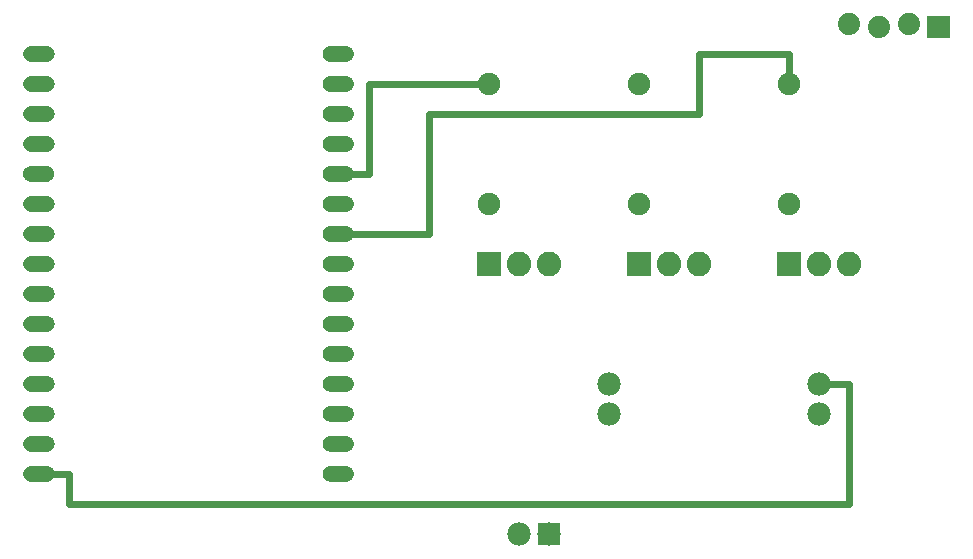
<source format=gbl>
G04 MADE WITH FRITZING*
G04 WWW.FRITZING.ORG*
G04 DOUBLE SIDED*
G04 HOLES PLATED*
G04 CONTOUR ON CENTER OF CONTOUR VECTOR*
%ASAXBY*%
%FSLAX23Y23*%
%MOIN*%
%OFA0B0*%
%SFA1.0B1.0*%
%ADD10C,0.052000*%
%ADD11C,0.082000*%
%ADD12C,0.075000*%
%ADD13C,0.078000*%
%ADD14C,0.074000*%
%ADD15R,0.082000X0.082000*%
%ADD16R,0.078000X0.078000*%
%ADD17C,0.024000*%
%ADD18R,0.001000X0.001000*%
%LNCOPPER0*%
G90*
G70*
G54D10*
X1327Y431D03*
X1327Y531D03*
X1327Y631D03*
X1327Y731D03*
X1327Y831D03*
X1327Y931D03*
X1327Y1031D03*
X1327Y1131D03*
X1327Y1231D03*
X1327Y1331D03*
X1327Y1431D03*
X1327Y1531D03*
X1327Y1631D03*
X1327Y1731D03*
X1327Y1831D03*
X327Y1831D03*
X327Y1731D03*
X327Y1631D03*
X327Y1531D03*
X327Y1431D03*
X327Y1331D03*
X327Y1231D03*
X327Y1131D03*
X327Y1031D03*
X327Y931D03*
X327Y831D03*
X327Y731D03*
X327Y631D03*
X327Y531D03*
X327Y431D03*
G54D11*
X1827Y1131D03*
X1927Y1131D03*
X2027Y1131D03*
X2327Y1131D03*
X2427Y1131D03*
X2527Y1131D03*
X2827Y1131D03*
X2927Y1131D03*
X3027Y1131D03*
G54D12*
X2827Y1731D03*
X2827Y1331D03*
X2327Y1731D03*
X2327Y1331D03*
X1827Y1731D03*
X1827Y1331D03*
G54D13*
X2027Y231D03*
X1927Y231D03*
X2227Y731D03*
X2227Y631D03*
X2927Y731D03*
X2927Y631D03*
G54D14*
X3327Y1921D03*
X3227Y1931D03*
X3127Y1921D03*
X3027Y1931D03*
G54D15*
X1827Y1131D03*
X2327Y1131D03*
X2827Y1131D03*
G54D16*
X2027Y231D03*
G54D17*
X3027Y730D02*
X2957Y731D01*
D02*
X428Y331D02*
X3027Y330D01*
D02*
X3027Y330D02*
X3027Y431D01*
D02*
X3027Y431D02*
X3027Y730D01*
D02*
X428Y430D02*
X428Y331D01*
D02*
X357Y431D02*
X428Y430D01*
D02*
X1427Y1732D02*
X1799Y1731D01*
D02*
X1427Y1430D02*
X1427Y1732D01*
D02*
X1357Y1430D02*
X1427Y1430D01*
D02*
X1628Y1231D02*
X1627Y1632D01*
D02*
X1627Y1632D02*
X2527Y1632D01*
D02*
X1357Y1231D02*
X1628Y1231D01*
D02*
X2527Y1632D02*
X2527Y1830D01*
D02*
X2527Y1830D02*
X2828Y1830D01*
D02*
X2828Y1830D02*
X2828Y1759D01*
G54D18*
X3290Y1958D02*
X3363Y1958D01*
X3290Y1957D02*
X3363Y1957D01*
X3290Y1956D02*
X3363Y1956D01*
X3290Y1955D02*
X3363Y1955D01*
X3290Y1954D02*
X3363Y1954D01*
X3290Y1953D02*
X3363Y1953D01*
X3290Y1952D02*
X3363Y1952D01*
X3290Y1951D02*
X3363Y1951D01*
X3290Y1950D02*
X3363Y1950D01*
X3290Y1949D02*
X3363Y1949D01*
X3290Y1948D02*
X3363Y1948D01*
X3290Y1947D02*
X3363Y1947D01*
X3290Y1946D02*
X3363Y1946D01*
X3290Y1945D02*
X3363Y1945D01*
X3290Y1944D02*
X3363Y1944D01*
X3290Y1943D02*
X3363Y1943D01*
X3290Y1942D02*
X3363Y1942D01*
X3290Y1941D02*
X3325Y1941D01*
X3328Y1941D02*
X3363Y1941D01*
X3290Y1940D02*
X3320Y1940D01*
X3333Y1940D02*
X3363Y1940D01*
X3290Y1939D02*
X3317Y1939D01*
X3336Y1939D02*
X3363Y1939D01*
X3290Y1938D02*
X3315Y1938D01*
X3338Y1938D02*
X3363Y1938D01*
X3290Y1937D02*
X3314Y1937D01*
X3339Y1937D02*
X3363Y1937D01*
X3290Y1936D02*
X3313Y1936D01*
X3340Y1936D02*
X3363Y1936D01*
X3290Y1935D02*
X3312Y1935D01*
X3341Y1935D02*
X3363Y1935D01*
X3290Y1934D02*
X3311Y1934D01*
X3342Y1934D02*
X3363Y1934D01*
X3290Y1933D02*
X3310Y1933D01*
X3343Y1933D02*
X3363Y1933D01*
X3290Y1932D02*
X3309Y1932D01*
X3344Y1932D02*
X3363Y1932D01*
X3290Y1931D02*
X3309Y1931D01*
X3344Y1931D02*
X3363Y1931D01*
X3290Y1930D02*
X3308Y1930D01*
X3345Y1930D02*
X3363Y1930D01*
X3290Y1929D02*
X3308Y1929D01*
X3345Y1929D02*
X3363Y1929D01*
X3290Y1928D02*
X3307Y1928D01*
X3346Y1928D02*
X3363Y1928D01*
X3290Y1927D02*
X3307Y1927D01*
X3346Y1927D02*
X3363Y1927D01*
X3290Y1926D02*
X3307Y1926D01*
X3346Y1926D02*
X3363Y1926D01*
X3290Y1925D02*
X3306Y1925D01*
X3347Y1925D02*
X3363Y1925D01*
X3290Y1924D02*
X3306Y1924D01*
X3347Y1924D02*
X3363Y1924D01*
X3290Y1923D02*
X3306Y1923D01*
X3347Y1923D02*
X3363Y1923D01*
X3290Y1922D02*
X3306Y1922D01*
X3347Y1922D02*
X3363Y1922D01*
X3290Y1921D02*
X3306Y1921D01*
X3347Y1921D02*
X3363Y1921D01*
X3290Y1920D02*
X3306Y1920D01*
X3347Y1920D02*
X3363Y1920D01*
X3290Y1919D02*
X3306Y1919D01*
X3347Y1919D02*
X3363Y1919D01*
X3290Y1918D02*
X3306Y1918D01*
X3347Y1918D02*
X3363Y1918D01*
X3290Y1917D02*
X3306Y1917D01*
X3347Y1917D02*
X3363Y1917D01*
X3290Y1916D02*
X3307Y1916D01*
X3346Y1916D02*
X3363Y1916D01*
X3290Y1915D02*
X3307Y1915D01*
X3346Y1915D02*
X3363Y1915D01*
X3290Y1914D02*
X3307Y1914D01*
X3346Y1914D02*
X3363Y1914D01*
X3290Y1913D02*
X3308Y1913D01*
X3345Y1913D02*
X3363Y1913D01*
X3290Y1912D02*
X3308Y1912D01*
X3345Y1912D02*
X3363Y1912D01*
X3290Y1911D02*
X3309Y1911D01*
X3344Y1911D02*
X3363Y1911D01*
X3290Y1910D02*
X3309Y1910D01*
X3344Y1910D02*
X3363Y1910D01*
X3290Y1909D02*
X3310Y1909D01*
X3343Y1909D02*
X3363Y1909D01*
X3290Y1908D02*
X3311Y1908D01*
X3342Y1908D02*
X3363Y1908D01*
X3290Y1907D02*
X3312Y1907D01*
X3341Y1907D02*
X3363Y1907D01*
X3290Y1906D02*
X3313Y1906D01*
X3340Y1906D02*
X3363Y1906D01*
X3290Y1905D02*
X3314Y1905D01*
X3339Y1905D02*
X3363Y1905D01*
X3290Y1904D02*
X3316Y1904D01*
X3337Y1904D02*
X3363Y1904D01*
X3290Y1903D02*
X3317Y1903D01*
X3336Y1903D02*
X3363Y1903D01*
X3290Y1902D02*
X3320Y1902D01*
X3333Y1902D02*
X3363Y1902D01*
X3290Y1901D02*
X3363Y1901D01*
X3290Y1900D02*
X3363Y1900D01*
X3290Y1899D02*
X3363Y1899D01*
X3290Y1898D02*
X3363Y1898D01*
X3290Y1897D02*
X3363Y1897D01*
X3290Y1896D02*
X3363Y1896D01*
X3290Y1895D02*
X3363Y1895D01*
X3290Y1894D02*
X3363Y1894D01*
X3290Y1893D02*
X3363Y1893D01*
X3290Y1892D02*
X3363Y1892D01*
X3290Y1891D02*
X3363Y1891D01*
X3290Y1890D02*
X3363Y1890D01*
X3290Y1889D02*
X3363Y1889D01*
X3290Y1888D02*
X3363Y1888D01*
X3290Y1887D02*
X3363Y1887D01*
X3290Y1886D02*
X3363Y1886D01*
X3290Y1885D02*
X3363Y1885D01*
X302Y1857D02*
X355Y1857D01*
X1299Y1857D02*
X1352Y1857D01*
X295Y1856D02*
X361Y1856D01*
X1293Y1856D02*
X1358Y1856D01*
X293Y1855D02*
X364Y1855D01*
X1290Y1855D02*
X1361Y1855D01*
X291Y1854D02*
X366Y1854D01*
X1288Y1854D02*
X1363Y1854D01*
X289Y1853D02*
X368Y1853D01*
X1286Y1853D02*
X1365Y1853D01*
X287Y1852D02*
X369Y1852D01*
X1285Y1852D02*
X1366Y1852D01*
X286Y1851D02*
X370Y1851D01*
X1284Y1851D02*
X1368Y1851D01*
X285Y1850D02*
X371Y1850D01*
X1282Y1850D02*
X1369Y1850D01*
X284Y1849D02*
X372Y1849D01*
X1281Y1849D02*
X1370Y1849D01*
X283Y1848D02*
X373Y1848D01*
X1280Y1848D02*
X1371Y1848D01*
X282Y1847D02*
X374Y1847D01*
X1280Y1847D02*
X1372Y1847D01*
X281Y1846D02*
X322Y1846D01*
X334Y1846D02*
X375Y1846D01*
X1279Y1846D02*
X1319Y1846D01*
X1331Y1846D02*
X1372Y1846D01*
X281Y1845D02*
X320Y1845D01*
X337Y1845D02*
X376Y1845D01*
X1278Y1845D02*
X1317Y1845D01*
X1333Y1845D02*
X1373Y1845D01*
X280Y1844D02*
X318Y1844D01*
X338Y1844D02*
X376Y1844D01*
X1278Y1844D02*
X1315Y1844D01*
X1335Y1844D02*
X1374Y1844D01*
X280Y1843D02*
X317Y1843D01*
X339Y1843D02*
X377Y1843D01*
X1277Y1843D02*
X1314Y1843D01*
X1336Y1843D02*
X1374Y1843D01*
X279Y1842D02*
X316Y1842D01*
X340Y1842D02*
X377Y1842D01*
X1277Y1842D02*
X1313Y1842D01*
X1337Y1842D02*
X1375Y1842D01*
X279Y1841D02*
X315Y1841D01*
X341Y1841D02*
X378Y1841D01*
X1276Y1841D02*
X1312Y1841D01*
X1338Y1841D02*
X1375Y1841D01*
X278Y1840D02*
X314Y1840D01*
X342Y1840D02*
X378Y1840D01*
X1276Y1840D02*
X1311Y1840D01*
X1339Y1840D02*
X1376Y1840D01*
X278Y1839D02*
X314Y1839D01*
X343Y1839D02*
X378Y1839D01*
X1275Y1839D02*
X1310Y1839D01*
X1339Y1839D02*
X1376Y1839D01*
X278Y1838D02*
X313Y1838D01*
X343Y1838D02*
X379Y1838D01*
X1275Y1838D02*
X1310Y1838D01*
X1340Y1838D02*
X1376Y1838D01*
X277Y1837D02*
X313Y1837D01*
X344Y1837D02*
X379Y1837D01*
X1275Y1837D02*
X1309Y1837D01*
X1340Y1837D02*
X1376Y1837D01*
X277Y1836D02*
X312Y1836D01*
X344Y1836D02*
X379Y1836D01*
X1275Y1836D02*
X1309Y1836D01*
X1341Y1836D02*
X1377Y1836D01*
X277Y1835D02*
X312Y1835D01*
X344Y1835D02*
X379Y1835D01*
X1274Y1835D02*
X1309Y1835D01*
X1341Y1835D02*
X1377Y1835D01*
X277Y1834D02*
X312Y1834D01*
X345Y1834D02*
X379Y1834D01*
X1274Y1834D02*
X1309Y1834D01*
X1341Y1834D02*
X1377Y1834D01*
X277Y1833D02*
X312Y1833D01*
X345Y1833D02*
X380Y1833D01*
X1274Y1833D02*
X1308Y1833D01*
X1341Y1833D02*
X1377Y1833D01*
X277Y1832D02*
X312Y1832D01*
X345Y1832D02*
X380Y1832D01*
X1274Y1832D02*
X1308Y1832D01*
X1342Y1832D02*
X1377Y1832D01*
X277Y1831D02*
X312Y1831D01*
X345Y1831D02*
X380Y1831D01*
X1274Y1831D02*
X1308Y1831D01*
X1342Y1831D02*
X1377Y1831D01*
X277Y1830D02*
X312Y1830D01*
X345Y1830D02*
X380Y1830D01*
X1274Y1830D02*
X1308Y1830D01*
X1342Y1830D02*
X1377Y1830D01*
X277Y1829D02*
X312Y1829D01*
X345Y1829D02*
X380Y1829D01*
X1274Y1829D02*
X1308Y1829D01*
X1341Y1829D02*
X1377Y1829D01*
X277Y1828D02*
X312Y1828D01*
X345Y1828D02*
X379Y1828D01*
X1274Y1828D02*
X1308Y1828D01*
X1341Y1828D02*
X1377Y1828D01*
X277Y1827D02*
X312Y1827D01*
X344Y1827D02*
X379Y1827D01*
X1274Y1827D02*
X1309Y1827D01*
X1341Y1827D02*
X1377Y1827D01*
X277Y1826D02*
X312Y1826D01*
X344Y1826D02*
X379Y1826D01*
X1275Y1826D02*
X1309Y1826D01*
X1341Y1826D02*
X1377Y1826D01*
X277Y1825D02*
X313Y1825D01*
X344Y1825D02*
X379Y1825D01*
X1275Y1825D02*
X1309Y1825D01*
X1340Y1825D02*
X1376Y1825D01*
X278Y1824D02*
X313Y1824D01*
X343Y1824D02*
X379Y1824D01*
X1275Y1824D02*
X1310Y1824D01*
X1340Y1824D02*
X1376Y1824D01*
X278Y1823D02*
X314Y1823D01*
X343Y1823D02*
X378Y1823D01*
X1275Y1823D02*
X1310Y1823D01*
X1339Y1823D02*
X1376Y1823D01*
X278Y1822D02*
X314Y1822D01*
X342Y1822D02*
X378Y1822D01*
X1276Y1822D02*
X1311Y1822D01*
X1339Y1822D02*
X1376Y1822D01*
X279Y1821D02*
X315Y1821D01*
X341Y1821D02*
X378Y1821D01*
X1276Y1821D02*
X1312Y1821D01*
X1338Y1821D02*
X1375Y1821D01*
X279Y1820D02*
X316Y1820D01*
X341Y1820D02*
X377Y1820D01*
X1277Y1820D02*
X1313Y1820D01*
X1337Y1820D02*
X1375Y1820D01*
X280Y1819D02*
X317Y1819D01*
X340Y1819D02*
X377Y1819D01*
X1277Y1819D02*
X1314Y1819D01*
X1336Y1819D02*
X1374Y1819D01*
X280Y1818D02*
X318Y1818D01*
X338Y1818D02*
X376Y1818D01*
X1278Y1818D02*
X1315Y1818D01*
X1335Y1818D02*
X1374Y1818D01*
X281Y1817D02*
X320Y1817D01*
X337Y1817D02*
X376Y1817D01*
X1278Y1817D02*
X1316Y1817D01*
X1333Y1817D02*
X1373Y1817D01*
X282Y1816D02*
X322Y1816D01*
X335Y1816D02*
X375Y1816D01*
X1279Y1816D02*
X1319Y1816D01*
X1331Y1816D02*
X1372Y1816D01*
X282Y1815D02*
X327Y1815D01*
X330Y1815D02*
X374Y1815D01*
X1280Y1815D02*
X1324Y1815D01*
X1326Y1815D02*
X1372Y1815D01*
X283Y1814D02*
X373Y1814D01*
X1281Y1814D02*
X1371Y1814D01*
X284Y1813D02*
X372Y1813D01*
X1281Y1813D02*
X1370Y1813D01*
X285Y1812D02*
X371Y1812D01*
X1282Y1812D02*
X1369Y1812D01*
X286Y1811D02*
X370Y1811D01*
X1284Y1811D02*
X1368Y1811D01*
X287Y1810D02*
X369Y1810D01*
X1285Y1810D02*
X1366Y1810D01*
X289Y1809D02*
X367Y1809D01*
X1286Y1809D02*
X1365Y1809D01*
X291Y1808D02*
X366Y1808D01*
X1288Y1808D02*
X1363Y1808D01*
X293Y1807D02*
X364Y1807D01*
X1290Y1807D02*
X1361Y1807D01*
X296Y1806D02*
X361Y1806D01*
X1293Y1806D02*
X1358Y1806D01*
X302Y1757D02*
X355Y1757D01*
X1299Y1757D02*
X1352Y1757D01*
X295Y1756D02*
X361Y1756D01*
X1293Y1756D02*
X1358Y1756D01*
X293Y1755D02*
X364Y1755D01*
X1290Y1755D02*
X1361Y1755D01*
X291Y1754D02*
X366Y1754D01*
X1288Y1754D02*
X1363Y1754D01*
X289Y1753D02*
X368Y1753D01*
X1286Y1753D02*
X1365Y1753D01*
X287Y1752D02*
X369Y1752D01*
X1285Y1752D02*
X1367Y1752D01*
X286Y1751D02*
X370Y1751D01*
X1284Y1751D02*
X1368Y1751D01*
X285Y1750D02*
X371Y1750D01*
X1282Y1750D02*
X1369Y1750D01*
X284Y1749D02*
X372Y1749D01*
X1281Y1749D02*
X1370Y1749D01*
X283Y1748D02*
X373Y1748D01*
X1280Y1748D02*
X1371Y1748D01*
X282Y1747D02*
X374Y1747D01*
X1280Y1747D02*
X1372Y1747D01*
X281Y1746D02*
X322Y1746D01*
X334Y1746D02*
X375Y1746D01*
X1279Y1746D02*
X1319Y1746D01*
X1331Y1746D02*
X1372Y1746D01*
X281Y1745D02*
X320Y1745D01*
X337Y1745D02*
X376Y1745D01*
X1278Y1745D02*
X1317Y1745D01*
X1333Y1745D02*
X1373Y1745D01*
X280Y1744D02*
X318Y1744D01*
X338Y1744D02*
X376Y1744D01*
X1278Y1744D02*
X1315Y1744D01*
X1335Y1744D02*
X1374Y1744D01*
X280Y1743D02*
X317Y1743D01*
X339Y1743D02*
X377Y1743D01*
X1277Y1743D02*
X1314Y1743D01*
X1336Y1743D02*
X1374Y1743D01*
X279Y1742D02*
X316Y1742D01*
X340Y1742D02*
X377Y1742D01*
X1277Y1742D02*
X1313Y1742D01*
X1337Y1742D02*
X1375Y1742D01*
X279Y1741D02*
X315Y1741D01*
X341Y1741D02*
X378Y1741D01*
X1276Y1741D02*
X1312Y1741D01*
X1338Y1741D02*
X1375Y1741D01*
X278Y1740D02*
X314Y1740D01*
X342Y1740D02*
X378Y1740D01*
X1276Y1740D02*
X1311Y1740D01*
X1339Y1740D02*
X1376Y1740D01*
X278Y1739D02*
X314Y1739D01*
X343Y1739D02*
X378Y1739D01*
X1275Y1739D02*
X1310Y1739D01*
X1339Y1739D02*
X1376Y1739D01*
X278Y1738D02*
X313Y1738D01*
X343Y1738D02*
X379Y1738D01*
X1275Y1738D02*
X1310Y1738D01*
X1340Y1738D02*
X1376Y1738D01*
X277Y1737D02*
X313Y1737D01*
X344Y1737D02*
X379Y1737D01*
X1275Y1737D02*
X1309Y1737D01*
X1340Y1737D02*
X1376Y1737D01*
X277Y1736D02*
X312Y1736D01*
X344Y1736D02*
X379Y1736D01*
X1275Y1736D02*
X1309Y1736D01*
X1341Y1736D02*
X1377Y1736D01*
X277Y1735D02*
X312Y1735D01*
X344Y1735D02*
X379Y1735D01*
X1274Y1735D02*
X1309Y1735D01*
X1341Y1735D02*
X1377Y1735D01*
X277Y1734D02*
X312Y1734D01*
X345Y1734D02*
X379Y1734D01*
X1274Y1734D02*
X1309Y1734D01*
X1341Y1734D02*
X1377Y1734D01*
X277Y1733D02*
X312Y1733D01*
X345Y1733D02*
X380Y1733D01*
X1274Y1733D02*
X1308Y1733D01*
X1341Y1733D02*
X1377Y1733D01*
X277Y1732D02*
X312Y1732D01*
X345Y1732D02*
X380Y1732D01*
X1274Y1732D02*
X1308Y1732D01*
X1342Y1732D02*
X1377Y1732D01*
X277Y1731D02*
X312Y1731D01*
X345Y1731D02*
X380Y1731D01*
X1274Y1731D02*
X1308Y1731D01*
X1342Y1731D02*
X1377Y1731D01*
X277Y1730D02*
X312Y1730D01*
X345Y1730D02*
X380Y1730D01*
X1274Y1730D02*
X1308Y1730D01*
X1342Y1730D02*
X1377Y1730D01*
X277Y1729D02*
X312Y1729D01*
X345Y1729D02*
X380Y1729D01*
X1274Y1729D02*
X1308Y1729D01*
X1341Y1729D02*
X1377Y1729D01*
X277Y1728D02*
X312Y1728D01*
X345Y1728D02*
X379Y1728D01*
X1274Y1728D02*
X1309Y1728D01*
X1341Y1728D02*
X1377Y1728D01*
X277Y1727D02*
X312Y1727D01*
X344Y1727D02*
X379Y1727D01*
X1275Y1727D02*
X1309Y1727D01*
X1341Y1727D02*
X1377Y1727D01*
X277Y1726D02*
X312Y1726D01*
X344Y1726D02*
X379Y1726D01*
X1275Y1726D02*
X1309Y1726D01*
X1341Y1726D02*
X1377Y1726D01*
X277Y1725D02*
X313Y1725D01*
X344Y1725D02*
X379Y1725D01*
X1275Y1725D02*
X1309Y1725D01*
X1340Y1725D02*
X1376Y1725D01*
X278Y1724D02*
X313Y1724D01*
X343Y1724D02*
X379Y1724D01*
X1275Y1724D02*
X1310Y1724D01*
X1340Y1724D02*
X1376Y1724D01*
X278Y1723D02*
X314Y1723D01*
X343Y1723D02*
X378Y1723D01*
X1275Y1723D02*
X1310Y1723D01*
X1339Y1723D02*
X1376Y1723D01*
X278Y1722D02*
X314Y1722D01*
X342Y1722D02*
X378Y1722D01*
X1276Y1722D02*
X1311Y1722D01*
X1339Y1722D02*
X1376Y1722D01*
X279Y1721D02*
X315Y1721D01*
X341Y1721D02*
X378Y1721D01*
X1276Y1721D02*
X1312Y1721D01*
X1338Y1721D02*
X1375Y1721D01*
X279Y1720D02*
X316Y1720D01*
X341Y1720D02*
X377Y1720D01*
X1277Y1720D02*
X1313Y1720D01*
X1337Y1720D02*
X1375Y1720D01*
X280Y1719D02*
X317Y1719D01*
X339Y1719D02*
X377Y1719D01*
X1277Y1719D02*
X1314Y1719D01*
X1336Y1719D02*
X1374Y1719D01*
X280Y1718D02*
X318Y1718D01*
X338Y1718D02*
X376Y1718D01*
X1278Y1718D02*
X1315Y1718D01*
X1335Y1718D02*
X1374Y1718D01*
X281Y1717D02*
X320Y1717D01*
X337Y1717D02*
X376Y1717D01*
X1278Y1717D02*
X1316Y1717D01*
X1333Y1717D02*
X1373Y1717D01*
X282Y1716D02*
X322Y1716D01*
X334Y1716D02*
X375Y1716D01*
X1279Y1716D02*
X1319Y1716D01*
X1331Y1716D02*
X1372Y1716D01*
X282Y1715D02*
X327Y1715D01*
X329Y1715D02*
X374Y1715D01*
X1280Y1715D02*
X1324Y1715D01*
X1326Y1715D02*
X1372Y1715D01*
X283Y1714D02*
X373Y1714D01*
X1281Y1714D02*
X1371Y1714D01*
X284Y1713D02*
X372Y1713D01*
X1281Y1713D02*
X1370Y1713D01*
X285Y1712D02*
X371Y1712D01*
X1283Y1712D02*
X1369Y1712D01*
X286Y1711D02*
X370Y1711D01*
X1284Y1711D02*
X1368Y1711D01*
X287Y1710D02*
X369Y1710D01*
X1285Y1710D02*
X1366Y1710D01*
X289Y1709D02*
X367Y1709D01*
X1286Y1709D02*
X1365Y1709D01*
X291Y1708D02*
X366Y1708D01*
X1288Y1708D02*
X1363Y1708D01*
X293Y1707D02*
X364Y1707D01*
X1290Y1707D02*
X1361Y1707D01*
X296Y1706D02*
X361Y1706D01*
X1293Y1706D02*
X1358Y1706D01*
X301Y1657D02*
X355Y1657D01*
X1299Y1657D02*
X1353Y1657D01*
X295Y1656D02*
X361Y1656D01*
X1293Y1656D02*
X1358Y1656D01*
X293Y1655D02*
X364Y1655D01*
X1290Y1655D02*
X1361Y1655D01*
X291Y1654D02*
X366Y1654D01*
X1288Y1654D02*
X1363Y1654D01*
X289Y1653D02*
X368Y1653D01*
X1286Y1653D02*
X1365Y1653D01*
X287Y1652D02*
X369Y1652D01*
X1285Y1652D02*
X1367Y1652D01*
X286Y1651D02*
X370Y1651D01*
X1284Y1651D02*
X1368Y1651D01*
X285Y1650D02*
X371Y1650D01*
X1282Y1650D02*
X1369Y1650D01*
X284Y1649D02*
X372Y1649D01*
X1281Y1649D02*
X1370Y1649D01*
X283Y1648D02*
X373Y1648D01*
X1280Y1648D02*
X1371Y1648D01*
X282Y1647D02*
X374Y1647D01*
X1280Y1647D02*
X1372Y1647D01*
X281Y1646D02*
X322Y1646D01*
X334Y1646D02*
X375Y1646D01*
X1279Y1646D02*
X1319Y1646D01*
X1331Y1646D02*
X1372Y1646D01*
X281Y1645D02*
X320Y1645D01*
X337Y1645D02*
X376Y1645D01*
X1278Y1645D02*
X1317Y1645D01*
X1333Y1645D02*
X1373Y1645D01*
X280Y1644D02*
X318Y1644D01*
X338Y1644D02*
X376Y1644D01*
X1278Y1644D02*
X1315Y1644D01*
X1335Y1644D02*
X1374Y1644D01*
X280Y1643D02*
X317Y1643D01*
X339Y1643D02*
X377Y1643D01*
X1277Y1643D02*
X1314Y1643D01*
X1336Y1643D02*
X1374Y1643D01*
X279Y1642D02*
X316Y1642D01*
X340Y1642D02*
X377Y1642D01*
X1277Y1642D02*
X1313Y1642D01*
X1337Y1642D02*
X1375Y1642D01*
X279Y1641D02*
X315Y1641D01*
X341Y1641D02*
X378Y1641D01*
X1276Y1641D02*
X1312Y1641D01*
X1338Y1641D02*
X1375Y1641D01*
X278Y1640D02*
X314Y1640D01*
X342Y1640D02*
X378Y1640D01*
X1276Y1640D02*
X1311Y1640D01*
X1339Y1640D02*
X1376Y1640D01*
X278Y1639D02*
X314Y1639D01*
X343Y1639D02*
X378Y1639D01*
X1275Y1639D02*
X1310Y1639D01*
X1339Y1639D02*
X1376Y1639D01*
X278Y1638D02*
X313Y1638D01*
X343Y1638D02*
X379Y1638D01*
X1275Y1638D02*
X1310Y1638D01*
X1340Y1638D02*
X1376Y1638D01*
X277Y1637D02*
X313Y1637D01*
X344Y1637D02*
X379Y1637D01*
X1275Y1637D02*
X1309Y1637D01*
X1340Y1637D02*
X1376Y1637D01*
X277Y1636D02*
X312Y1636D01*
X344Y1636D02*
X379Y1636D01*
X1275Y1636D02*
X1309Y1636D01*
X1341Y1636D02*
X1377Y1636D01*
X277Y1635D02*
X312Y1635D01*
X344Y1635D02*
X379Y1635D01*
X1274Y1635D02*
X1309Y1635D01*
X1341Y1635D02*
X1377Y1635D01*
X277Y1634D02*
X312Y1634D01*
X345Y1634D02*
X379Y1634D01*
X1274Y1634D02*
X1309Y1634D01*
X1341Y1634D02*
X1377Y1634D01*
X277Y1633D02*
X312Y1633D01*
X345Y1633D02*
X380Y1633D01*
X1274Y1633D02*
X1308Y1633D01*
X1341Y1633D02*
X1377Y1633D01*
X277Y1632D02*
X312Y1632D01*
X345Y1632D02*
X380Y1632D01*
X1274Y1632D02*
X1308Y1632D01*
X1342Y1632D02*
X1377Y1632D01*
X277Y1631D02*
X312Y1631D01*
X345Y1631D02*
X380Y1631D01*
X1274Y1631D02*
X1308Y1631D01*
X1342Y1631D02*
X1377Y1631D01*
X277Y1630D02*
X312Y1630D01*
X345Y1630D02*
X380Y1630D01*
X1274Y1630D02*
X1308Y1630D01*
X1342Y1630D02*
X1377Y1630D01*
X277Y1629D02*
X312Y1629D01*
X345Y1629D02*
X380Y1629D01*
X1274Y1629D02*
X1308Y1629D01*
X1341Y1629D02*
X1377Y1629D01*
X277Y1628D02*
X312Y1628D01*
X345Y1628D02*
X379Y1628D01*
X1274Y1628D02*
X1309Y1628D01*
X1341Y1628D02*
X1377Y1628D01*
X277Y1627D02*
X312Y1627D01*
X344Y1627D02*
X379Y1627D01*
X1274Y1627D02*
X1309Y1627D01*
X1341Y1627D02*
X1377Y1627D01*
X277Y1626D02*
X312Y1626D01*
X344Y1626D02*
X379Y1626D01*
X1275Y1626D02*
X1309Y1626D01*
X1341Y1626D02*
X1377Y1626D01*
X277Y1625D02*
X313Y1625D01*
X344Y1625D02*
X379Y1625D01*
X1275Y1625D02*
X1309Y1625D01*
X1340Y1625D02*
X1376Y1625D01*
X278Y1624D02*
X313Y1624D01*
X343Y1624D02*
X379Y1624D01*
X1275Y1624D02*
X1310Y1624D01*
X1340Y1624D02*
X1376Y1624D01*
X278Y1623D02*
X314Y1623D01*
X343Y1623D02*
X378Y1623D01*
X1275Y1623D02*
X1310Y1623D01*
X1339Y1623D02*
X1376Y1623D01*
X278Y1622D02*
X314Y1622D01*
X342Y1622D02*
X378Y1622D01*
X1276Y1622D02*
X1311Y1622D01*
X1339Y1622D02*
X1375Y1622D01*
X279Y1621D02*
X315Y1621D01*
X341Y1621D02*
X378Y1621D01*
X1276Y1621D02*
X1312Y1621D01*
X1338Y1621D02*
X1375Y1621D01*
X279Y1620D02*
X316Y1620D01*
X341Y1620D02*
X377Y1620D01*
X1277Y1620D02*
X1313Y1620D01*
X1337Y1620D02*
X1375Y1620D01*
X280Y1619D02*
X317Y1619D01*
X339Y1619D02*
X377Y1619D01*
X1277Y1619D02*
X1314Y1619D01*
X1336Y1619D02*
X1374Y1619D01*
X280Y1618D02*
X318Y1618D01*
X338Y1618D02*
X376Y1618D01*
X1278Y1618D02*
X1315Y1618D01*
X1335Y1618D02*
X1374Y1618D01*
X281Y1617D02*
X320Y1617D01*
X337Y1617D02*
X376Y1617D01*
X1278Y1617D02*
X1316Y1617D01*
X1333Y1617D02*
X1373Y1617D01*
X282Y1616D02*
X322Y1616D01*
X334Y1616D02*
X375Y1616D01*
X1279Y1616D02*
X1319Y1616D01*
X1331Y1616D02*
X1372Y1616D01*
X282Y1615D02*
X374Y1615D01*
X1280Y1615D02*
X1372Y1615D01*
X283Y1614D02*
X373Y1614D01*
X1281Y1614D02*
X1371Y1614D01*
X284Y1613D02*
X372Y1613D01*
X1281Y1613D02*
X1370Y1613D01*
X285Y1612D02*
X371Y1612D01*
X1282Y1612D02*
X1369Y1612D01*
X286Y1611D02*
X370Y1611D01*
X1284Y1611D02*
X1368Y1611D01*
X287Y1610D02*
X369Y1610D01*
X1285Y1610D02*
X1366Y1610D01*
X289Y1609D02*
X367Y1609D01*
X1286Y1609D02*
X1365Y1609D01*
X291Y1608D02*
X366Y1608D01*
X1288Y1608D02*
X1363Y1608D01*
X293Y1607D02*
X364Y1607D01*
X1290Y1607D02*
X1361Y1607D01*
X296Y1606D02*
X361Y1606D01*
X1293Y1606D02*
X1358Y1606D01*
X301Y1557D02*
X355Y1557D01*
X1299Y1557D02*
X1353Y1557D01*
X295Y1556D02*
X361Y1556D01*
X1293Y1556D02*
X1358Y1556D01*
X293Y1555D02*
X364Y1555D01*
X1290Y1555D02*
X1361Y1555D01*
X291Y1554D02*
X366Y1554D01*
X1288Y1554D02*
X1363Y1554D01*
X289Y1553D02*
X368Y1553D01*
X1286Y1553D02*
X1365Y1553D01*
X287Y1552D02*
X369Y1552D01*
X1285Y1552D02*
X1367Y1552D01*
X286Y1551D02*
X370Y1551D01*
X1284Y1551D02*
X1368Y1551D01*
X285Y1550D02*
X371Y1550D01*
X1282Y1550D02*
X1369Y1550D01*
X284Y1549D02*
X372Y1549D01*
X1281Y1549D02*
X1370Y1549D01*
X283Y1548D02*
X373Y1548D01*
X1280Y1548D02*
X1371Y1548D01*
X282Y1547D02*
X374Y1547D01*
X1280Y1547D02*
X1372Y1547D01*
X281Y1546D02*
X322Y1546D01*
X335Y1546D02*
X375Y1546D01*
X1279Y1546D02*
X1319Y1546D01*
X1331Y1546D02*
X1372Y1546D01*
X281Y1545D02*
X320Y1545D01*
X337Y1545D02*
X376Y1545D01*
X1278Y1545D02*
X1316Y1545D01*
X1333Y1545D02*
X1373Y1545D01*
X280Y1544D02*
X318Y1544D01*
X338Y1544D02*
X376Y1544D01*
X1278Y1544D02*
X1315Y1544D01*
X1335Y1544D02*
X1374Y1544D01*
X280Y1543D02*
X317Y1543D01*
X340Y1543D02*
X377Y1543D01*
X1277Y1543D02*
X1314Y1543D01*
X1336Y1543D02*
X1374Y1543D01*
X279Y1542D02*
X316Y1542D01*
X341Y1542D02*
X377Y1542D01*
X1277Y1542D02*
X1313Y1542D01*
X1337Y1542D02*
X1375Y1542D01*
X279Y1541D02*
X315Y1541D01*
X342Y1541D02*
X378Y1541D01*
X1276Y1541D02*
X1312Y1541D01*
X1338Y1541D02*
X1375Y1541D01*
X278Y1540D02*
X314Y1540D01*
X342Y1540D02*
X378Y1540D01*
X1276Y1540D02*
X1311Y1540D01*
X1339Y1540D02*
X1376Y1540D01*
X278Y1539D02*
X314Y1539D01*
X343Y1539D02*
X378Y1539D01*
X1275Y1539D02*
X1310Y1539D01*
X1340Y1539D02*
X1376Y1539D01*
X278Y1538D02*
X313Y1538D01*
X343Y1538D02*
X379Y1538D01*
X1275Y1538D02*
X1310Y1538D01*
X1340Y1538D02*
X1376Y1538D01*
X277Y1537D02*
X313Y1537D01*
X344Y1537D02*
X379Y1537D01*
X1275Y1537D02*
X1309Y1537D01*
X1341Y1537D02*
X1376Y1537D01*
X277Y1536D02*
X312Y1536D01*
X344Y1536D02*
X379Y1536D01*
X1275Y1536D02*
X1309Y1536D01*
X1341Y1536D02*
X1377Y1536D01*
X277Y1535D02*
X312Y1535D01*
X345Y1535D02*
X379Y1535D01*
X1274Y1535D02*
X1309Y1535D01*
X1341Y1535D02*
X1377Y1535D01*
X277Y1534D02*
X312Y1534D01*
X345Y1534D02*
X379Y1534D01*
X1274Y1534D02*
X1308Y1534D01*
X1341Y1534D02*
X1377Y1534D01*
X277Y1533D02*
X312Y1533D01*
X345Y1533D02*
X380Y1533D01*
X1274Y1533D02*
X1308Y1533D01*
X1342Y1533D02*
X1377Y1533D01*
X277Y1532D02*
X311Y1532D01*
X345Y1532D02*
X380Y1532D01*
X1274Y1532D02*
X1308Y1532D01*
X1342Y1532D02*
X1377Y1532D01*
X277Y1531D02*
X311Y1531D01*
X345Y1531D02*
X380Y1531D01*
X1274Y1531D02*
X1308Y1531D01*
X1342Y1531D02*
X1377Y1531D01*
X277Y1530D02*
X311Y1530D01*
X345Y1530D02*
X380Y1530D01*
X1274Y1530D02*
X1308Y1530D01*
X1342Y1530D02*
X1377Y1530D01*
X277Y1529D02*
X312Y1529D01*
X345Y1529D02*
X380Y1529D01*
X1274Y1529D02*
X1308Y1529D01*
X1342Y1529D02*
X1377Y1529D01*
X277Y1528D02*
X312Y1528D01*
X345Y1528D02*
X379Y1528D01*
X1274Y1528D02*
X1308Y1528D01*
X1341Y1528D02*
X1377Y1528D01*
X277Y1527D02*
X312Y1527D01*
X345Y1527D02*
X379Y1527D01*
X1275Y1527D02*
X1309Y1527D01*
X1341Y1527D02*
X1377Y1527D01*
X277Y1526D02*
X312Y1526D01*
X344Y1526D02*
X379Y1526D01*
X1275Y1526D02*
X1309Y1526D01*
X1341Y1526D02*
X1377Y1526D01*
X277Y1525D02*
X313Y1525D01*
X344Y1525D02*
X379Y1525D01*
X1275Y1525D02*
X1309Y1525D01*
X1341Y1525D02*
X1376Y1525D01*
X278Y1524D02*
X313Y1524D01*
X343Y1524D02*
X379Y1524D01*
X1275Y1524D02*
X1310Y1524D01*
X1340Y1524D02*
X1376Y1524D01*
X278Y1523D02*
X314Y1523D01*
X343Y1523D02*
X378Y1523D01*
X1275Y1523D02*
X1310Y1523D01*
X1340Y1523D02*
X1376Y1523D01*
X278Y1522D02*
X314Y1522D01*
X342Y1522D02*
X378Y1522D01*
X1276Y1522D02*
X1311Y1522D01*
X1339Y1522D02*
X1376Y1522D01*
X279Y1521D02*
X315Y1521D01*
X342Y1521D02*
X378Y1521D01*
X1276Y1521D02*
X1312Y1521D01*
X1338Y1521D02*
X1375Y1521D01*
X279Y1520D02*
X316Y1520D01*
X341Y1520D02*
X377Y1520D01*
X1277Y1520D02*
X1313Y1520D01*
X1337Y1520D02*
X1375Y1520D01*
X280Y1519D02*
X317Y1519D01*
X340Y1519D02*
X377Y1519D01*
X1277Y1519D02*
X1314Y1519D01*
X1336Y1519D02*
X1374Y1519D01*
X280Y1518D02*
X318Y1518D01*
X338Y1518D02*
X376Y1518D01*
X1278Y1518D02*
X1315Y1518D01*
X1335Y1518D02*
X1374Y1518D01*
X281Y1517D02*
X320Y1517D01*
X337Y1517D02*
X376Y1517D01*
X1278Y1517D02*
X1316Y1517D01*
X1333Y1517D02*
X1373Y1517D01*
X282Y1516D02*
X322Y1516D01*
X335Y1516D02*
X375Y1516D01*
X1279Y1516D02*
X1319Y1516D01*
X1331Y1516D02*
X1372Y1516D01*
X282Y1515D02*
X374Y1515D01*
X1280Y1515D02*
X1372Y1515D01*
X283Y1514D02*
X373Y1514D01*
X1281Y1514D02*
X1371Y1514D01*
X284Y1513D02*
X372Y1513D01*
X1281Y1513D02*
X1370Y1513D01*
X285Y1512D02*
X371Y1512D01*
X1283Y1512D02*
X1369Y1512D01*
X286Y1511D02*
X370Y1511D01*
X1284Y1511D02*
X1368Y1511D01*
X287Y1510D02*
X369Y1510D01*
X1285Y1510D02*
X1366Y1510D01*
X289Y1509D02*
X367Y1509D01*
X1286Y1509D02*
X1365Y1509D01*
X291Y1508D02*
X366Y1508D01*
X1288Y1508D02*
X1363Y1508D01*
X293Y1507D02*
X364Y1507D01*
X1290Y1507D02*
X1361Y1507D01*
X296Y1506D02*
X361Y1506D01*
X1293Y1506D02*
X1358Y1506D01*
X300Y1457D02*
X354Y1457D01*
X1298Y1457D02*
X1353Y1457D01*
X294Y1456D02*
X360Y1456D01*
X1293Y1456D02*
X1358Y1456D01*
X292Y1455D02*
X363Y1455D01*
X1290Y1455D02*
X1361Y1455D01*
X289Y1454D02*
X365Y1454D01*
X1288Y1454D02*
X1363Y1454D01*
X288Y1453D02*
X367Y1453D01*
X1286Y1453D02*
X1365Y1453D01*
X286Y1452D02*
X368Y1452D01*
X1285Y1452D02*
X1367Y1452D01*
X285Y1451D02*
X369Y1451D01*
X1283Y1451D02*
X1368Y1451D01*
X284Y1450D02*
X370Y1450D01*
X1282Y1450D02*
X1369Y1450D01*
X283Y1449D02*
X371Y1449D01*
X1281Y1449D02*
X1370Y1449D01*
X282Y1448D02*
X372Y1448D01*
X1280Y1448D02*
X1371Y1448D01*
X281Y1447D02*
X373Y1447D01*
X1280Y1447D02*
X1372Y1447D01*
X280Y1446D02*
X321Y1446D01*
X333Y1446D02*
X374Y1446D01*
X1279Y1446D02*
X1319Y1446D01*
X1331Y1446D02*
X1372Y1446D01*
X280Y1445D02*
X319Y1445D01*
X335Y1445D02*
X375Y1445D01*
X1278Y1445D02*
X1317Y1445D01*
X1333Y1445D02*
X1373Y1445D01*
X279Y1444D02*
X317Y1444D01*
X337Y1444D02*
X375Y1444D01*
X1278Y1444D02*
X1315Y1444D01*
X1335Y1444D02*
X1374Y1444D01*
X279Y1443D02*
X316Y1443D01*
X338Y1443D02*
X376Y1443D01*
X1277Y1443D02*
X1314Y1443D01*
X1336Y1443D02*
X1374Y1443D01*
X278Y1442D02*
X315Y1442D01*
X339Y1442D02*
X376Y1442D01*
X1277Y1442D02*
X1313Y1442D01*
X1337Y1442D02*
X1375Y1442D01*
X278Y1441D02*
X314Y1441D01*
X340Y1441D02*
X377Y1441D01*
X1276Y1441D02*
X1312Y1441D01*
X1338Y1441D02*
X1375Y1441D01*
X277Y1440D02*
X313Y1440D01*
X341Y1440D02*
X377Y1440D01*
X1276Y1440D02*
X1311Y1440D01*
X1339Y1440D02*
X1376Y1440D01*
X277Y1439D02*
X313Y1439D01*
X342Y1439D02*
X377Y1439D01*
X1275Y1439D02*
X1311Y1439D01*
X1339Y1439D02*
X1376Y1439D01*
X277Y1438D02*
X312Y1438D01*
X342Y1438D02*
X378Y1438D01*
X1275Y1438D02*
X1310Y1438D01*
X1340Y1438D02*
X1376Y1438D01*
X276Y1437D02*
X312Y1437D01*
X343Y1437D02*
X378Y1437D01*
X1275Y1437D02*
X1310Y1437D01*
X1340Y1437D02*
X1376Y1437D01*
X276Y1436D02*
X312Y1436D01*
X343Y1436D02*
X378Y1436D01*
X1275Y1436D02*
X1309Y1436D01*
X1341Y1436D02*
X1377Y1436D01*
X276Y1435D02*
X311Y1435D01*
X343Y1435D02*
X378Y1435D01*
X1274Y1435D02*
X1309Y1435D01*
X1341Y1435D02*
X1377Y1435D01*
X276Y1434D02*
X311Y1434D01*
X343Y1434D02*
X378Y1434D01*
X1274Y1434D02*
X1309Y1434D01*
X1341Y1434D02*
X1377Y1434D01*
X276Y1433D02*
X311Y1433D01*
X344Y1433D02*
X379Y1433D01*
X1274Y1433D02*
X1309Y1433D01*
X1341Y1433D02*
X1377Y1433D01*
X276Y1432D02*
X311Y1432D01*
X344Y1432D02*
X379Y1432D01*
X1274Y1432D02*
X1308Y1432D01*
X1341Y1432D02*
X1377Y1432D01*
X276Y1431D02*
X311Y1431D01*
X344Y1431D02*
X379Y1431D01*
X1274Y1431D02*
X1308Y1431D01*
X1341Y1431D02*
X1377Y1431D01*
X276Y1430D02*
X311Y1430D01*
X344Y1430D02*
X379Y1430D01*
X1274Y1430D02*
X1308Y1430D01*
X1341Y1430D02*
X1377Y1430D01*
X276Y1429D02*
X311Y1429D01*
X344Y1429D02*
X379Y1429D01*
X1274Y1429D02*
X1309Y1429D01*
X1341Y1429D02*
X1377Y1429D01*
X276Y1428D02*
X311Y1428D01*
X343Y1428D02*
X378Y1428D01*
X1274Y1428D02*
X1309Y1428D01*
X1341Y1428D02*
X1377Y1428D01*
X276Y1427D02*
X311Y1427D01*
X343Y1427D02*
X378Y1427D01*
X1274Y1427D02*
X1309Y1427D01*
X1341Y1427D02*
X1377Y1427D01*
X276Y1426D02*
X312Y1426D01*
X343Y1426D02*
X378Y1426D01*
X1275Y1426D02*
X1309Y1426D01*
X1341Y1426D02*
X1377Y1426D01*
X276Y1425D02*
X312Y1425D01*
X343Y1425D02*
X378Y1425D01*
X1275Y1425D02*
X1310Y1425D01*
X1340Y1425D02*
X1376Y1425D01*
X277Y1424D02*
X312Y1424D01*
X342Y1424D02*
X378Y1424D01*
X1275Y1424D02*
X1310Y1424D01*
X1340Y1424D02*
X1376Y1424D01*
X277Y1423D02*
X313Y1423D01*
X342Y1423D02*
X377Y1423D01*
X1275Y1423D02*
X1311Y1423D01*
X1339Y1423D02*
X1376Y1423D01*
X277Y1422D02*
X314Y1422D01*
X341Y1422D02*
X377Y1422D01*
X1276Y1422D02*
X1311Y1422D01*
X1339Y1422D02*
X1375Y1422D01*
X278Y1421D02*
X314Y1421D01*
X340Y1421D02*
X377Y1421D01*
X1276Y1421D02*
X1312Y1421D01*
X1338Y1421D02*
X1375Y1421D01*
X278Y1420D02*
X315Y1420D01*
X339Y1420D02*
X376Y1420D01*
X1277Y1420D02*
X1313Y1420D01*
X1337Y1420D02*
X1375Y1420D01*
X279Y1419D02*
X316Y1419D01*
X338Y1419D02*
X376Y1419D01*
X1277Y1419D02*
X1314Y1419D01*
X1336Y1419D02*
X1374Y1419D01*
X279Y1418D02*
X317Y1418D01*
X337Y1418D02*
X375Y1418D01*
X1278Y1418D02*
X1315Y1418D01*
X1335Y1418D02*
X1374Y1418D01*
X280Y1417D02*
X319Y1417D01*
X335Y1417D02*
X375Y1417D01*
X1278Y1417D02*
X1317Y1417D01*
X1333Y1417D02*
X1373Y1417D01*
X281Y1416D02*
X321Y1416D01*
X333Y1416D02*
X374Y1416D01*
X1279Y1416D02*
X1319Y1416D01*
X1331Y1416D02*
X1372Y1416D01*
X281Y1415D02*
X373Y1415D01*
X1280Y1415D02*
X1372Y1415D01*
X282Y1414D02*
X372Y1414D01*
X1281Y1414D02*
X1371Y1414D01*
X283Y1413D02*
X371Y1413D01*
X1281Y1413D02*
X1370Y1413D01*
X284Y1412D02*
X370Y1412D01*
X1283Y1412D02*
X1369Y1412D01*
X285Y1411D02*
X369Y1411D01*
X1284Y1411D02*
X1368Y1411D01*
X286Y1410D02*
X368Y1410D01*
X1285Y1410D02*
X1366Y1410D01*
X288Y1409D02*
X366Y1409D01*
X1286Y1409D02*
X1365Y1409D01*
X290Y1408D02*
X365Y1408D01*
X1288Y1408D02*
X1363Y1408D01*
X292Y1407D02*
X362Y1407D01*
X1290Y1407D02*
X1361Y1407D01*
X295Y1406D02*
X360Y1406D01*
X1293Y1406D02*
X1358Y1406D01*
X301Y1357D02*
X356Y1357D01*
X1298Y1357D02*
X1353Y1357D01*
X295Y1356D02*
X361Y1356D01*
X1293Y1356D02*
X1358Y1356D01*
X293Y1355D02*
X364Y1355D01*
X1290Y1355D02*
X1361Y1355D01*
X290Y1354D02*
X366Y1354D01*
X1288Y1354D02*
X1363Y1354D01*
X289Y1353D02*
X368Y1353D01*
X1286Y1353D02*
X1365Y1353D01*
X287Y1352D02*
X369Y1352D01*
X1285Y1352D02*
X1367Y1352D01*
X286Y1351D02*
X370Y1351D01*
X1283Y1351D02*
X1368Y1351D01*
X285Y1350D02*
X371Y1350D01*
X1282Y1350D02*
X1369Y1350D01*
X284Y1349D02*
X372Y1349D01*
X1281Y1349D02*
X1370Y1349D01*
X283Y1348D02*
X373Y1348D01*
X1280Y1348D02*
X1371Y1348D01*
X282Y1347D02*
X374Y1347D01*
X1280Y1347D02*
X1372Y1347D01*
X281Y1346D02*
X322Y1346D01*
X334Y1346D02*
X375Y1346D01*
X1279Y1346D02*
X1319Y1346D01*
X1331Y1346D02*
X1372Y1346D01*
X281Y1345D02*
X320Y1345D01*
X336Y1345D02*
X376Y1345D01*
X1278Y1345D02*
X1317Y1345D01*
X1333Y1345D02*
X1373Y1345D01*
X280Y1344D02*
X318Y1344D01*
X338Y1344D02*
X376Y1344D01*
X1278Y1344D02*
X1315Y1344D01*
X1335Y1344D02*
X1374Y1344D01*
X280Y1343D02*
X317Y1343D01*
X339Y1343D02*
X377Y1343D01*
X1277Y1343D02*
X1314Y1343D01*
X1336Y1343D02*
X1374Y1343D01*
X279Y1342D02*
X316Y1342D01*
X340Y1342D02*
X377Y1342D01*
X1277Y1342D02*
X1313Y1342D01*
X1337Y1342D02*
X1375Y1342D01*
X279Y1341D02*
X315Y1341D01*
X341Y1341D02*
X378Y1341D01*
X1276Y1341D02*
X1312Y1341D01*
X1338Y1341D02*
X1375Y1341D01*
X278Y1340D02*
X314Y1340D01*
X342Y1340D02*
X378Y1340D01*
X1276Y1340D02*
X1311Y1340D01*
X1339Y1340D02*
X1376Y1340D01*
X278Y1339D02*
X314Y1339D01*
X343Y1339D02*
X378Y1339D01*
X1275Y1339D02*
X1311Y1339D01*
X1339Y1339D02*
X1376Y1339D01*
X278Y1338D02*
X313Y1338D01*
X343Y1338D02*
X379Y1338D01*
X1275Y1338D02*
X1310Y1338D01*
X1340Y1338D02*
X1376Y1338D01*
X277Y1337D02*
X313Y1337D01*
X344Y1337D02*
X379Y1337D01*
X1275Y1337D02*
X1310Y1337D01*
X1340Y1337D02*
X1376Y1337D01*
X277Y1336D02*
X313Y1336D01*
X344Y1336D02*
X379Y1336D01*
X1275Y1336D02*
X1309Y1336D01*
X1341Y1336D02*
X1377Y1336D01*
X277Y1335D02*
X312Y1335D01*
X344Y1335D02*
X379Y1335D01*
X1274Y1335D02*
X1309Y1335D01*
X1341Y1335D02*
X1377Y1335D01*
X277Y1334D02*
X312Y1334D01*
X344Y1334D02*
X380Y1334D01*
X1274Y1334D02*
X1309Y1334D01*
X1341Y1334D02*
X1377Y1334D01*
X277Y1333D02*
X312Y1333D01*
X345Y1333D02*
X380Y1333D01*
X1274Y1333D02*
X1309Y1333D01*
X1341Y1333D02*
X1377Y1333D01*
X277Y1332D02*
X312Y1332D01*
X345Y1332D02*
X380Y1332D01*
X1274Y1332D02*
X1308Y1332D01*
X1341Y1332D02*
X1377Y1332D01*
X277Y1331D02*
X312Y1331D01*
X345Y1331D02*
X380Y1331D01*
X1274Y1331D02*
X1308Y1331D01*
X1341Y1331D02*
X1377Y1331D01*
X277Y1330D02*
X312Y1330D01*
X345Y1330D02*
X380Y1330D01*
X1274Y1330D02*
X1308Y1330D01*
X1341Y1330D02*
X1377Y1330D01*
X277Y1329D02*
X312Y1329D01*
X345Y1329D02*
X380Y1329D01*
X1274Y1329D02*
X1309Y1329D01*
X1341Y1329D02*
X1377Y1329D01*
X277Y1328D02*
X312Y1328D01*
X344Y1328D02*
X379Y1328D01*
X1274Y1328D02*
X1309Y1328D01*
X1341Y1328D02*
X1377Y1328D01*
X277Y1327D02*
X312Y1327D01*
X344Y1327D02*
X379Y1327D01*
X1274Y1327D02*
X1309Y1327D01*
X1341Y1327D02*
X1377Y1327D01*
X277Y1326D02*
X313Y1326D01*
X344Y1326D02*
X379Y1326D01*
X1275Y1326D02*
X1309Y1326D01*
X1341Y1326D02*
X1377Y1326D01*
X277Y1325D02*
X313Y1325D01*
X344Y1325D02*
X379Y1325D01*
X1275Y1325D02*
X1310Y1325D01*
X1340Y1325D02*
X1376Y1325D01*
X278Y1324D02*
X313Y1324D01*
X343Y1324D02*
X379Y1324D01*
X1275Y1324D02*
X1310Y1324D01*
X1340Y1324D02*
X1376Y1324D01*
X278Y1323D02*
X314Y1323D01*
X343Y1323D02*
X378Y1323D01*
X1275Y1323D02*
X1311Y1323D01*
X1339Y1323D02*
X1376Y1323D01*
X278Y1322D02*
X315Y1322D01*
X342Y1322D02*
X378Y1322D01*
X1276Y1322D02*
X1311Y1322D01*
X1339Y1322D02*
X1375Y1322D01*
X279Y1321D02*
X315Y1321D01*
X341Y1321D02*
X378Y1321D01*
X1276Y1321D02*
X1312Y1321D01*
X1338Y1321D02*
X1375Y1321D01*
X279Y1320D02*
X316Y1320D01*
X340Y1320D02*
X377Y1320D01*
X1277Y1320D02*
X1313Y1320D01*
X1337Y1320D02*
X1375Y1320D01*
X280Y1319D02*
X317Y1319D01*
X339Y1319D02*
X377Y1319D01*
X1277Y1319D02*
X1314Y1319D01*
X1336Y1319D02*
X1374Y1319D01*
X280Y1318D02*
X318Y1318D01*
X338Y1318D02*
X376Y1318D01*
X1278Y1318D02*
X1315Y1318D01*
X1335Y1318D02*
X1374Y1318D01*
X281Y1317D02*
X320Y1317D01*
X336Y1317D02*
X376Y1317D01*
X1278Y1317D02*
X1317Y1317D01*
X1333Y1317D02*
X1373Y1317D01*
X282Y1316D02*
X322Y1316D01*
X334Y1316D02*
X375Y1316D01*
X1279Y1316D02*
X1319Y1316D01*
X1331Y1316D02*
X1372Y1316D01*
X282Y1315D02*
X374Y1315D01*
X1280Y1315D02*
X1372Y1315D01*
X283Y1314D02*
X373Y1314D01*
X1281Y1314D02*
X1371Y1314D01*
X284Y1313D02*
X372Y1313D01*
X1281Y1313D02*
X1370Y1313D01*
X285Y1312D02*
X371Y1312D01*
X1283Y1312D02*
X1369Y1312D01*
X286Y1311D02*
X370Y1311D01*
X1284Y1311D02*
X1368Y1311D01*
X287Y1310D02*
X369Y1310D01*
X1285Y1310D02*
X1366Y1310D01*
X289Y1309D02*
X367Y1309D01*
X1286Y1309D02*
X1365Y1309D01*
X291Y1308D02*
X366Y1308D01*
X1288Y1308D02*
X1363Y1308D01*
X293Y1307D02*
X363Y1307D01*
X1290Y1307D02*
X1361Y1307D01*
X296Y1306D02*
X361Y1306D01*
X1293Y1306D02*
X1358Y1306D01*
X301Y1257D02*
X356Y1257D01*
X1298Y1257D02*
X1353Y1257D01*
X295Y1256D02*
X361Y1256D01*
X1293Y1256D02*
X1359Y1256D01*
X293Y1255D02*
X364Y1255D01*
X1290Y1255D02*
X1361Y1255D01*
X290Y1254D02*
X366Y1254D01*
X1288Y1254D02*
X1363Y1254D01*
X289Y1253D02*
X368Y1253D01*
X1286Y1253D02*
X1365Y1253D01*
X287Y1252D02*
X369Y1252D01*
X1285Y1252D02*
X1367Y1252D01*
X286Y1251D02*
X370Y1251D01*
X1283Y1251D02*
X1368Y1251D01*
X285Y1250D02*
X371Y1250D01*
X1282Y1250D02*
X1369Y1250D01*
X284Y1249D02*
X372Y1249D01*
X1281Y1249D02*
X1370Y1249D01*
X283Y1248D02*
X373Y1248D01*
X1280Y1248D02*
X1371Y1248D01*
X282Y1247D02*
X327Y1247D01*
X329Y1247D02*
X374Y1247D01*
X1280Y1247D02*
X1324Y1247D01*
X1326Y1247D02*
X1372Y1247D01*
X281Y1246D02*
X322Y1246D01*
X334Y1246D02*
X375Y1246D01*
X1279Y1246D02*
X1319Y1246D01*
X1331Y1246D02*
X1372Y1246D01*
X281Y1245D02*
X320Y1245D01*
X337Y1245D02*
X376Y1245D01*
X1278Y1245D02*
X1317Y1245D01*
X1333Y1245D02*
X1373Y1245D01*
X280Y1244D02*
X318Y1244D01*
X338Y1244D02*
X376Y1244D01*
X1278Y1244D02*
X1315Y1244D01*
X1335Y1244D02*
X1374Y1244D01*
X280Y1243D02*
X317Y1243D01*
X339Y1243D02*
X377Y1243D01*
X1277Y1243D02*
X1314Y1243D01*
X1336Y1243D02*
X1374Y1243D01*
X279Y1242D02*
X316Y1242D01*
X340Y1242D02*
X377Y1242D01*
X1277Y1242D02*
X1313Y1242D01*
X1337Y1242D02*
X1375Y1242D01*
X279Y1241D02*
X315Y1241D01*
X341Y1241D02*
X378Y1241D01*
X1276Y1241D02*
X1312Y1241D01*
X1338Y1241D02*
X1375Y1241D01*
X278Y1240D02*
X314Y1240D01*
X342Y1240D02*
X378Y1240D01*
X1276Y1240D02*
X1311Y1240D01*
X1339Y1240D02*
X1376Y1240D01*
X278Y1239D02*
X314Y1239D01*
X343Y1239D02*
X378Y1239D01*
X1275Y1239D02*
X1311Y1239D01*
X1339Y1239D02*
X1376Y1239D01*
X278Y1238D02*
X313Y1238D01*
X343Y1238D02*
X379Y1238D01*
X1275Y1238D02*
X1310Y1238D01*
X1340Y1238D02*
X1376Y1238D01*
X277Y1237D02*
X313Y1237D01*
X344Y1237D02*
X379Y1237D01*
X1275Y1237D02*
X1310Y1237D01*
X1340Y1237D02*
X1376Y1237D01*
X277Y1236D02*
X313Y1236D01*
X344Y1236D02*
X379Y1236D01*
X1275Y1236D02*
X1309Y1236D01*
X1341Y1236D02*
X1377Y1236D01*
X277Y1235D02*
X312Y1235D01*
X344Y1235D02*
X379Y1235D01*
X1274Y1235D02*
X1309Y1235D01*
X1341Y1235D02*
X1377Y1235D01*
X277Y1234D02*
X312Y1234D01*
X344Y1234D02*
X380Y1234D01*
X1274Y1234D02*
X1309Y1234D01*
X1341Y1234D02*
X1377Y1234D01*
X277Y1233D02*
X312Y1233D01*
X345Y1233D02*
X380Y1233D01*
X1274Y1233D02*
X1309Y1233D01*
X1341Y1233D02*
X1377Y1233D01*
X277Y1232D02*
X312Y1232D01*
X345Y1232D02*
X380Y1232D01*
X1274Y1232D02*
X1308Y1232D01*
X1341Y1232D02*
X1377Y1232D01*
X277Y1231D02*
X312Y1231D01*
X345Y1231D02*
X380Y1231D01*
X1274Y1231D02*
X1308Y1231D01*
X1341Y1231D02*
X1377Y1231D01*
X277Y1230D02*
X312Y1230D01*
X345Y1230D02*
X380Y1230D01*
X1274Y1230D02*
X1308Y1230D01*
X1341Y1230D02*
X1377Y1230D01*
X277Y1229D02*
X312Y1229D01*
X345Y1229D02*
X380Y1229D01*
X1274Y1229D02*
X1309Y1229D01*
X1341Y1229D02*
X1377Y1229D01*
X277Y1228D02*
X312Y1228D01*
X344Y1228D02*
X379Y1228D01*
X1274Y1228D02*
X1309Y1228D01*
X1341Y1228D02*
X1377Y1228D01*
X277Y1227D02*
X312Y1227D01*
X344Y1227D02*
X379Y1227D01*
X1274Y1227D02*
X1309Y1227D01*
X1341Y1227D02*
X1377Y1227D01*
X277Y1226D02*
X313Y1226D01*
X344Y1226D02*
X379Y1226D01*
X1275Y1226D02*
X1309Y1226D01*
X1341Y1226D02*
X1377Y1226D01*
X277Y1225D02*
X313Y1225D01*
X344Y1225D02*
X379Y1225D01*
X1275Y1225D02*
X1310Y1225D01*
X1340Y1225D02*
X1376Y1225D01*
X278Y1224D02*
X313Y1224D01*
X343Y1224D02*
X379Y1224D01*
X1275Y1224D02*
X1310Y1224D01*
X1340Y1224D02*
X1376Y1224D01*
X278Y1223D02*
X314Y1223D01*
X343Y1223D02*
X378Y1223D01*
X1275Y1223D02*
X1311Y1223D01*
X1339Y1223D02*
X1376Y1223D01*
X278Y1222D02*
X315Y1222D01*
X342Y1222D02*
X378Y1222D01*
X1276Y1222D02*
X1311Y1222D01*
X1339Y1222D02*
X1375Y1222D01*
X279Y1221D02*
X315Y1221D01*
X341Y1221D02*
X378Y1221D01*
X1276Y1221D02*
X1312Y1221D01*
X1338Y1221D02*
X1375Y1221D01*
X279Y1220D02*
X316Y1220D01*
X340Y1220D02*
X377Y1220D01*
X1277Y1220D02*
X1313Y1220D01*
X1337Y1220D02*
X1375Y1220D01*
X280Y1219D02*
X317Y1219D01*
X339Y1219D02*
X377Y1219D01*
X1277Y1219D02*
X1314Y1219D01*
X1336Y1219D02*
X1374Y1219D01*
X280Y1218D02*
X318Y1218D01*
X338Y1218D02*
X376Y1218D01*
X1278Y1218D02*
X1315Y1218D01*
X1335Y1218D02*
X1374Y1218D01*
X281Y1217D02*
X320Y1217D01*
X336Y1217D02*
X376Y1217D01*
X1278Y1217D02*
X1317Y1217D01*
X1333Y1217D02*
X1373Y1217D01*
X282Y1216D02*
X322Y1216D01*
X334Y1216D02*
X375Y1216D01*
X1279Y1216D02*
X1319Y1216D01*
X1331Y1216D02*
X1372Y1216D01*
X282Y1215D02*
X374Y1215D01*
X1280Y1215D02*
X1372Y1215D01*
X283Y1214D02*
X373Y1214D01*
X1281Y1214D02*
X1371Y1214D01*
X284Y1213D02*
X372Y1213D01*
X1282Y1213D02*
X1370Y1213D01*
X285Y1212D02*
X371Y1212D01*
X1283Y1212D02*
X1369Y1212D01*
X286Y1211D02*
X370Y1211D01*
X1284Y1211D02*
X1368Y1211D01*
X288Y1210D02*
X369Y1210D01*
X1285Y1210D02*
X1366Y1210D01*
X289Y1209D02*
X367Y1209D01*
X1286Y1209D02*
X1365Y1209D01*
X291Y1208D02*
X366Y1208D01*
X1288Y1208D02*
X1363Y1208D01*
X293Y1207D02*
X363Y1207D01*
X1290Y1207D02*
X1361Y1207D01*
X296Y1206D02*
X360Y1206D01*
X1293Y1206D02*
X1358Y1206D01*
X301Y1157D02*
X356Y1157D01*
X1298Y1157D02*
X1353Y1157D01*
X295Y1156D02*
X361Y1156D01*
X1293Y1156D02*
X1359Y1156D01*
X293Y1155D02*
X364Y1155D01*
X1290Y1155D02*
X1361Y1155D01*
X290Y1154D02*
X366Y1154D01*
X1288Y1154D02*
X1363Y1154D01*
X289Y1153D02*
X368Y1153D01*
X1286Y1153D02*
X1365Y1153D01*
X287Y1152D02*
X369Y1152D01*
X1285Y1152D02*
X1367Y1152D01*
X286Y1151D02*
X370Y1151D01*
X1283Y1151D02*
X1368Y1151D01*
X285Y1150D02*
X371Y1150D01*
X1282Y1150D02*
X1369Y1150D01*
X284Y1149D02*
X372Y1149D01*
X1281Y1149D02*
X1370Y1149D01*
X283Y1148D02*
X373Y1148D01*
X1280Y1148D02*
X1371Y1148D01*
X282Y1147D02*
X327Y1147D01*
X329Y1147D02*
X374Y1147D01*
X1280Y1147D02*
X1324Y1147D01*
X1326Y1147D02*
X1372Y1147D01*
X281Y1146D02*
X322Y1146D01*
X334Y1146D02*
X375Y1146D01*
X1279Y1146D02*
X1319Y1146D01*
X1331Y1146D02*
X1372Y1146D01*
X281Y1145D02*
X320Y1145D01*
X337Y1145D02*
X376Y1145D01*
X1278Y1145D02*
X1317Y1145D01*
X1333Y1145D02*
X1373Y1145D01*
X280Y1144D02*
X318Y1144D01*
X338Y1144D02*
X376Y1144D01*
X1278Y1144D02*
X1315Y1144D01*
X1335Y1144D02*
X1374Y1144D01*
X280Y1143D02*
X317Y1143D01*
X339Y1143D02*
X377Y1143D01*
X1277Y1143D02*
X1314Y1143D01*
X1336Y1143D02*
X1374Y1143D01*
X279Y1142D02*
X316Y1142D01*
X340Y1142D02*
X377Y1142D01*
X1277Y1142D02*
X1313Y1142D01*
X1337Y1142D02*
X1375Y1142D01*
X279Y1141D02*
X315Y1141D01*
X341Y1141D02*
X378Y1141D01*
X1276Y1141D02*
X1312Y1141D01*
X1338Y1141D02*
X1375Y1141D01*
X278Y1140D02*
X314Y1140D01*
X342Y1140D02*
X378Y1140D01*
X1276Y1140D02*
X1311Y1140D01*
X1339Y1140D02*
X1376Y1140D01*
X278Y1139D02*
X314Y1139D01*
X343Y1139D02*
X378Y1139D01*
X1275Y1139D02*
X1311Y1139D01*
X1339Y1139D02*
X1376Y1139D01*
X278Y1138D02*
X313Y1138D01*
X343Y1138D02*
X379Y1138D01*
X1275Y1138D02*
X1310Y1138D01*
X1340Y1138D02*
X1376Y1138D01*
X277Y1137D02*
X313Y1137D01*
X344Y1137D02*
X379Y1137D01*
X1275Y1137D02*
X1310Y1137D01*
X1340Y1137D02*
X1377Y1137D01*
X277Y1136D02*
X312Y1136D01*
X344Y1136D02*
X379Y1136D01*
X1275Y1136D02*
X1309Y1136D01*
X1341Y1136D02*
X1377Y1136D01*
X277Y1135D02*
X312Y1135D01*
X344Y1135D02*
X379Y1135D01*
X1274Y1135D02*
X1309Y1135D01*
X1341Y1135D02*
X1377Y1135D01*
X277Y1134D02*
X312Y1134D01*
X344Y1134D02*
X380Y1134D01*
X1274Y1134D02*
X1309Y1134D01*
X1341Y1134D02*
X1377Y1134D01*
X277Y1133D02*
X312Y1133D01*
X345Y1133D02*
X380Y1133D01*
X1274Y1133D02*
X1309Y1133D01*
X1341Y1133D02*
X1377Y1133D01*
X277Y1132D02*
X312Y1132D01*
X345Y1132D02*
X380Y1132D01*
X1274Y1132D02*
X1308Y1132D01*
X1341Y1132D02*
X1377Y1132D01*
X277Y1131D02*
X312Y1131D01*
X345Y1131D02*
X380Y1131D01*
X1274Y1131D02*
X1308Y1131D01*
X1341Y1131D02*
X1377Y1131D01*
X277Y1130D02*
X312Y1130D01*
X345Y1130D02*
X380Y1130D01*
X1274Y1130D02*
X1308Y1130D01*
X1341Y1130D02*
X1377Y1130D01*
X277Y1129D02*
X312Y1129D01*
X345Y1129D02*
X380Y1129D01*
X1274Y1129D02*
X1309Y1129D01*
X1341Y1129D02*
X1377Y1129D01*
X277Y1128D02*
X312Y1128D01*
X344Y1128D02*
X379Y1128D01*
X1274Y1128D02*
X1309Y1128D01*
X1341Y1128D02*
X1377Y1128D01*
X277Y1127D02*
X312Y1127D01*
X344Y1127D02*
X379Y1127D01*
X1275Y1127D02*
X1309Y1127D01*
X1341Y1127D02*
X1377Y1127D01*
X277Y1126D02*
X313Y1126D01*
X344Y1126D02*
X379Y1126D01*
X1275Y1126D02*
X1309Y1126D01*
X1341Y1126D02*
X1377Y1126D01*
X277Y1125D02*
X313Y1125D01*
X344Y1125D02*
X379Y1125D01*
X1275Y1125D02*
X1310Y1125D01*
X1340Y1125D02*
X1376Y1125D01*
X278Y1124D02*
X313Y1124D01*
X343Y1124D02*
X379Y1124D01*
X1275Y1124D02*
X1310Y1124D01*
X1340Y1124D02*
X1376Y1124D01*
X278Y1123D02*
X314Y1123D01*
X343Y1123D02*
X378Y1123D01*
X1275Y1123D02*
X1311Y1123D01*
X1339Y1123D02*
X1376Y1123D01*
X278Y1122D02*
X314Y1122D01*
X342Y1122D02*
X378Y1122D01*
X1276Y1122D02*
X1311Y1122D01*
X1339Y1122D02*
X1376Y1122D01*
X279Y1121D02*
X315Y1121D01*
X341Y1121D02*
X378Y1121D01*
X1276Y1121D02*
X1312Y1121D01*
X1338Y1121D02*
X1375Y1121D01*
X279Y1120D02*
X316Y1120D01*
X340Y1120D02*
X377Y1120D01*
X1277Y1120D02*
X1313Y1120D01*
X1337Y1120D02*
X1375Y1120D01*
X280Y1119D02*
X317Y1119D01*
X339Y1119D02*
X377Y1119D01*
X1277Y1119D02*
X1314Y1119D01*
X1336Y1119D02*
X1374Y1119D01*
X280Y1118D02*
X318Y1118D01*
X338Y1118D02*
X376Y1118D01*
X1278Y1118D02*
X1315Y1118D01*
X1335Y1118D02*
X1374Y1118D01*
X281Y1117D02*
X320Y1117D01*
X336Y1117D02*
X376Y1117D01*
X1278Y1117D02*
X1317Y1117D01*
X1333Y1117D02*
X1373Y1117D01*
X282Y1116D02*
X322Y1116D01*
X334Y1116D02*
X375Y1116D01*
X1279Y1116D02*
X1319Y1116D01*
X1331Y1116D02*
X1372Y1116D01*
X282Y1115D02*
X374Y1115D01*
X1280Y1115D02*
X1372Y1115D01*
X283Y1114D02*
X373Y1114D01*
X1281Y1114D02*
X1371Y1114D01*
X284Y1113D02*
X372Y1113D01*
X1282Y1113D02*
X1370Y1113D01*
X285Y1112D02*
X371Y1112D01*
X1283Y1112D02*
X1369Y1112D01*
X286Y1111D02*
X370Y1111D01*
X1284Y1111D02*
X1368Y1111D01*
X288Y1110D02*
X369Y1110D01*
X1285Y1110D02*
X1366Y1110D01*
X289Y1109D02*
X367Y1109D01*
X1286Y1109D02*
X1365Y1109D01*
X291Y1108D02*
X366Y1108D01*
X1288Y1108D02*
X1363Y1108D01*
X293Y1107D02*
X363Y1107D01*
X1290Y1107D02*
X1361Y1107D01*
X296Y1106D02*
X360Y1106D01*
X1293Y1106D02*
X1358Y1106D01*
X301Y1057D02*
X356Y1057D01*
X1298Y1057D02*
X1353Y1057D01*
X295Y1056D02*
X361Y1056D01*
X1293Y1056D02*
X1359Y1056D01*
X292Y1055D02*
X364Y1055D01*
X1290Y1055D02*
X1361Y1055D01*
X290Y1054D02*
X366Y1054D01*
X1288Y1054D02*
X1363Y1054D01*
X289Y1053D02*
X368Y1053D01*
X1286Y1053D02*
X1365Y1053D01*
X287Y1052D02*
X369Y1052D01*
X1285Y1052D02*
X1367Y1052D01*
X286Y1051D02*
X370Y1051D01*
X1283Y1051D02*
X1368Y1051D01*
X285Y1050D02*
X372Y1050D01*
X1282Y1050D02*
X1369Y1050D01*
X284Y1049D02*
X373Y1049D01*
X1281Y1049D02*
X1370Y1049D01*
X283Y1048D02*
X373Y1048D01*
X1280Y1048D02*
X1371Y1048D01*
X282Y1047D02*
X327Y1047D01*
X330Y1047D02*
X374Y1047D01*
X1280Y1047D02*
X1323Y1047D01*
X1326Y1047D02*
X1372Y1047D01*
X281Y1046D02*
X322Y1046D01*
X335Y1046D02*
X375Y1046D01*
X1279Y1046D02*
X1319Y1046D01*
X1331Y1046D02*
X1372Y1046D01*
X281Y1045D02*
X320Y1045D01*
X337Y1045D02*
X376Y1045D01*
X1278Y1045D02*
X1317Y1045D01*
X1333Y1045D02*
X1373Y1045D01*
X280Y1044D02*
X318Y1044D01*
X338Y1044D02*
X376Y1044D01*
X1278Y1044D02*
X1315Y1044D01*
X1335Y1044D02*
X1374Y1044D01*
X280Y1043D02*
X317Y1043D01*
X340Y1043D02*
X377Y1043D01*
X1277Y1043D02*
X1314Y1043D01*
X1336Y1043D02*
X1374Y1043D01*
X279Y1042D02*
X316Y1042D01*
X341Y1042D02*
X377Y1042D01*
X1277Y1042D02*
X1313Y1042D01*
X1337Y1042D02*
X1375Y1042D01*
X279Y1041D02*
X315Y1041D01*
X341Y1041D02*
X378Y1041D01*
X1276Y1041D02*
X1312Y1041D01*
X1338Y1041D02*
X1375Y1041D01*
X278Y1040D02*
X314Y1040D01*
X342Y1040D02*
X378Y1040D01*
X1276Y1040D02*
X1311Y1040D01*
X1339Y1040D02*
X1376Y1040D01*
X278Y1039D02*
X314Y1039D01*
X343Y1039D02*
X378Y1039D01*
X1275Y1039D02*
X1311Y1039D01*
X1339Y1039D02*
X1376Y1039D01*
X278Y1038D02*
X313Y1038D01*
X343Y1038D02*
X379Y1038D01*
X1275Y1038D02*
X1310Y1038D01*
X1340Y1038D02*
X1376Y1038D01*
X277Y1037D02*
X313Y1037D01*
X344Y1037D02*
X379Y1037D01*
X1275Y1037D02*
X1310Y1037D01*
X1340Y1037D02*
X1376Y1037D01*
X277Y1036D02*
X312Y1036D01*
X344Y1036D02*
X379Y1036D01*
X1275Y1036D02*
X1309Y1036D01*
X1341Y1036D02*
X1377Y1036D01*
X277Y1035D02*
X312Y1035D01*
X344Y1035D02*
X379Y1035D01*
X1274Y1035D02*
X1309Y1035D01*
X1341Y1035D02*
X1377Y1035D01*
X277Y1034D02*
X312Y1034D01*
X345Y1034D02*
X379Y1034D01*
X1274Y1034D02*
X1309Y1034D01*
X1341Y1034D02*
X1377Y1034D01*
X277Y1033D02*
X312Y1033D01*
X345Y1033D02*
X380Y1033D01*
X1274Y1033D02*
X1309Y1033D01*
X1341Y1033D02*
X1377Y1033D01*
X277Y1032D02*
X312Y1032D01*
X345Y1032D02*
X380Y1032D01*
X1274Y1032D02*
X1308Y1032D01*
X1341Y1032D02*
X1377Y1032D01*
X277Y1031D02*
X311Y1031D01*
X345Y1031D02*
X380Y1031D01*
X1274Y1031D02*
X1308Y1031D01*
X1341Y1031D02*
X1377Y1031D01*
X277Y1030D02*
X312Y1030D01*
X345Y1030D02*
X380Y1030D01*
X1274Y1030D02*
X1308Y1030D01*
X1341Y1030D02*
X1377Y1030D01*
X277Y1029D02*
X312Y1029D01*
X345Y1029D02*
X380Y1029D01*
X1274Y1029D02*
X1309Y1029D01*
X1341Y1029D02*
X1377Y1029D01*
X277Y1028D02*
X312Y1028D01*
X345Y1028D02*
X379Y1028D01*
X1274Y1028D02*
X1309Y1028D01*
X1341Y1028D02*
X1377Y1028D01*
X277Y1027D02*
X312Y1027D01*
X344Y1027D02*
X379Y1027D01*
X1275Y1027D02*
X1309Y1027D01*
X1341Y1027D02*
X1377Y1027D01*
X277Y1026D02*
X312Y1026D01*
X344Y1026D02*
X379Y1026D01*
X1275Y1026D02*
X1309Y1026D01*
X1341Y1026D02*
X1377Y1026D01*
X277Y1025D02*
X313Y1025D01*
X344Y1025D02*
X379Y1025D01*
X1275Y1025D02*
X1310Y1025D01*
X1340Y1025D02*
X1376Y1025D01*
X278Y1024D02*
X313Y1024D01*
X343Y1024D02*
X379Y1024D01*
X1275Y1024D02*
X1310Y1024D01*
X1340Y1024D02*
X1376Y1024D01*
X278Y1023D02*
X314Y1023D01*
X343Y1023D02*
X378Y1023D01*
X1275Y1023D02*
X1311Y1023D01*
X1339Y1023D02*
X1376Y1023D01*
X278Y1022D02*
X314Y1022D01*
X342Y1022D02*
X378Y1022D01*
X1276Y1022D02*
X1311Y1022D01*
X1339Y1022D02*
X1375Y1022D01*
X279Y1021D02*
X315Y1021D01*
X341Y1021D02*
X378Y1021D01*
X1276Y1021D02*
X1312Y1021D01*
X1338Y1021D02*
X1375Y1021D01*
X279Y1020D02*
X316Y1020D01*
X341Y1020D02*
X377Y1020D01*
X1277Y1020D02*
X1313Y1020D01*
X1337Y1020D02*
X1375Y1020D01*
X280Y1019D02*
X317Y1019D01*
X339Y1019D02*
X377Y1019D01*
X1277Y1019D02*
X1314Y1019D01*
X1336Y1019D02*
X1374Y1019D01*
X280Y1018D02*
X318Y1018D01*
X338Y1018D02*
X376Y1018D01*
X1278Y1018D02*
X1315Y1018D01*
X1335Y1018D02*
X1374Y1018D01*
X281Y1017D02*
X320Y1017D01*
X337Y1017D02*
X375Y1017D01*
X1278Y1017D02*
X1317Y1017D01*
X1333Y1017D02*
X1373Y1017D01*
X282Y1016D02*
X322Y1016D01*
X334Y1016D02*
X375Y1016D01*
X1279Y1016D02*
X1319Y1016D01*
X1331Y1016D02*
X1372Y1016D01*
X282Y1015D02*
X374Y1015D01*
X1280Y1015D02*
X1372Y1015D01*
X283Y1014D02*
X373Y1014D01*
X1281Y1014D02*
X1371Y1014D01*
X284Y1013D02*
X372Y1013D01*
X1282Y1013D02*
X1370Y1013D01*
X285Y1012D02*
X371Y1012D01*
X1283Y1012D02*
X1369Y1012D01*
X286Y1011D02*
X370Y1011D01*
X1284Y1011D02*
X1368Y1011D01*
X288Y1010D02*
X369Y1010D01*
X1285Y1010D02*
X1366Y1010D01*
X289Y1009D02*
X367Y1009D01*
X1286Y1009D02*
X1365Y1009D01*
X291Y1008D02*
X366Y1008D01*
X1288Y1008D02*
X1363Y1008D01*
X293Y1007D02*
X363Y1007D01*
X1290Y1007D02*
X1361Y1007D01*
X296Y1006D02*
X360Y1006D01*
X1293Y1006D02*
X1358Y1006D01*
X300Y957D02*
X356Y957D01*
X1298Y957D02*
X1353Y957D01*
X295Y956D02*
X361Y956D01*
X1293Y956D02*
X1359Y956D01*
X292Y955D02*
X364Y955D01*
X1290Y955D02*
X1361Y955D01*
X290Y954D02*
X366Y954D01*
X1288Y954D02*
X1363Y954D01*
X289Y953D02*
X368Y953D01*
X1286Y953D02*
X1365Y953D01*
X287Y952D02*
X369Y952D01*
X1285Y952D02*
X1367Y952D01*
X286Y951D02*
X370Y951D01*
X1283Y951D02*
X1368Y951D01*
X285Y950D02*
X372Y950D01*
X1282Y950D02*
X1369Y950D01*
X284Y949D02*
X373Y949D01*
X1281Y949D02*
X1370Y949D01*
X283Y948D02*
X373Y948D01*
X1280Y948D02*
X1371Y948D01*
X282Y947D02*
X327Y947D01*
X330Y947D02*
X374Y947D01*
X1280Y947D02*
X1323Y947D01*
X1326Y947D02*
X1372Y947D01*
X281Y946D02*
X322Y946D01*
X334Y946D02*
X375Y946D01*
X1279Y946D02*
X1319Y946D01*
X1331Y946D02*
X1372Y946D01*
X281Y945D02*
X320Y945D01*
X337Y945D02*
X376Y945D01*
X1278Y945D02*
X1317Y945D01*
X1333Y945D02*
X1373Y945D01*
X280Y944D02*
X318Y944D01*
X338Y944D02*
X376Y944D01*
X1278Y944D02*
X1315Y944D01*
X1335Y944D02*
X1374Y944D01*
X280Y943D02*
X317Y943D01*
X339Y943D02*
X377Y943D01*
X1277Y943D02*
X1314Y943D01*
X1336Y943D02*
X1374Y943D01*
X279Y942D02*
X316Y942D01*
X340Y942D02*
X377Y942D01*
X1277Y942D02*
X1313Y942D01*
X1337Y942D02*
X1375Y942D01*
X279Y941D02*
X315Y941D01*
X341Y941D02*
X378Y941D01*
X1276Y941D02*
X1312Y941D01*
X1338Y941D02*
X1375Y941D01*
X278Y940D02*
X314Y940D01*
X342Y940D02*
X378Y940D01*
X1276Y940D02*
X1311Y940D01*
X1339Y940D02*
X1376Y940D01*
X278Y939D02*
X314Y939D01*
X343Y939D02*
X378Y939D01*
X1275Y939D02*
X1311Y939D01*
X1339Y939D02*
X1376Y939D01*
X278Y938D02*
X313Y938D01*
X343Y938D02*
X379Y938D01*
X1275Y938D02*
X1310Y938D01*
X1340Y938D02*
X1376Y938D01*
X277Y937D02*
X313Y937D01*
X344Y937D02*
X379Y937D01*
X1275Y937D02*
X1310Y937D01*
X1340Y937D02*
X1376Y937D01*
X277Y936D02*
X313Y936D01*
X344Y936D02*
X379Y936D01*
X1275Y936D02*
X1309Y936D01*
X1341Y936D02*
X1377Y936D01*
X277Y935D02*
X312Y935D01*
X344Y935D02*
X379Y935D01*
X1274Y935D02*
X1309Y935D01*
X1341Y935D02*
X1377Y935D01*
X277Y934D02*
X312Y934D01*
X344Y934D02*
X379Y934D01*
X1274Y934D02*
X1309Y934D01*
X1341Y934D02*
X1377Y934D01*
X277Y933D02*
X312Y933D01*
X345Y933D02*
X380Y933D01*
X1274Y933D02*
X1309Y933D01*
X1341Y933D02*
X1377Y933D01*
X277Y932D02*
X312Y932D01*
X345Y932D02*
X380Y932D01*
X1274Y932D02*
X1308Y932D01*
X1341Y932D02*
X1377Y932D01*
X277Y931D02*
X312Y931D01*
X345Y931D02*
X380Y931D01*
X1274Y931D02*
X1308Y931D01*
X1341Y931D02*
X1377Y931D01*
X277Y930D02*
X312Y930D01*
X345Y930D02*
X380Y930D01*
X1274Y930D02*
X1308Y930D01*
X1341Y930D02*
X1377Y930D01*
X277Y929D02*
X312Y929D01*
X345Y929D02*
X380Y929D01*
X1274Y929D02*
X1309Y929D01*
X1341Y929D02*
X1377Y929D01*
X277Y928D02*
X312Y928D01*
X344Y928D02*
X379Y928D01*
X1274Y928D02*
X1309Y928D01*
X1341Y928D02*
X1377Y928D01*
X277Y927D02*
X312Y927D01*
X344Y927D02*
X379Y927D01*
X1275Y927D02*
X1309Y927D01*
X1341Y927D02*
X1377Y927D01*
X277Y926D02*
X313Y926D01*
X344Y926D02*
X379Y926D01*
X1275Y926D02*
X1309Y926D01*
X1341Y926D02*
X1377Y926D01*
X277Y925D02*
X313Y925D01*
X344Y925D02*
X379Y925D01*
X1275Y925D02*
X1310Y925D01*
X1340Y925D02*
X1376Y925D01*
X278Y924D02*
X313Y924D01*
X343Y924D02*
X379Y924D01*
X1275Y924D02*
X1310Y924D01*
X1340Y924D02*
X1376Y924D01*
X278Y923D02*
X314Y923D01*
X343Y923D02*
X378Y923D01*
X1275Y923D02*
X1311Y923D01*
X1339Y923D02*
X1376Y923D01*
X278Y922D02*
X315Y922D01*
X342Y922D02*
X378Y922D01*
X1276Y922D02*
X1311Y922D01*
X1339Y922D02*
X1375Y922D01*
X279Y921D02*
X315Y921D01*
X341Y921D02*
X378Y921D01*
X1276Y921D02*
X1312Y921D01*
X1338Y921D02*
X1375Y921D01*
X279Y920D02*
X316Y920D01*
X340Y920D02*
X377Y920D01*
X1277Y920D02*
X1313Y920D01*
X1337Y920D02*
X1375Y920D01*
X280Y919D02*
X317Y919D01*
X339Y919D02*
X377Y919D01*
X1277Y919D02*
X1314Y919D01*
X1336Y919D02*
X1374Y919D01*
X280Y918D02*
X318Y918D01*
X338Y918D02*
X376Y918D01*
X1278Y918D02*
X1315Y918D01*
X1335Y918D02*
X1374Y918D01*
X281Y917D02*
X320Y917D01*
X336Y917D02*
X375Y917D01*
X1278Y917D02*
X1317Y917D01*
X1333Y917D02*
X1373Y917D01*
X282Y916D02*
X322Y916D01*
X334Y916D02*
X375Y916D01*
X1279Y916D02*
X1319Y916D01*
X1331Y916D02*
X1372Y916D01*
X282Y915D02*
X374Y915D01*
X1280Y915D02*
X1372Y915D01*
X283Y914D02*
X373Y914D01*
X1281Y914D02*
X1371Y914D01*
X284Y913D02*
X372Y913D01*
X1282Y913D02*
X1370Y913D01*
X285Y912D02*
X371Y912D01*
X1283Y912D02*
X1369Y912D01*
X286Y911D02*
X370Y911D01*
X1284Y911D02*
X1368Y911D01*
X288Y910D02*
X369Y910D01*
X1285Y910D02*
X1366Y910D01*
X289Y909D02*
X367Y909D01*
X1287Y909D02*
X1365Y909D01*
X291Y908D02*
X366Y908D01*
X1288Y908D02*
X1363Y908D01*
X293Y907D02*
X363Y907D01*
X1290Y907D02*
X1361Y907D01*
X296Y906D02*
X360Y906D01*
X1293Y906D02*
X1358Y906D01*
X300Y857D02*
X356Y857D01*
X1298Y857D02*
X1353Y857D01*
X295Y856D02*
X361Y856D01*
X1293Y856D02*
X1359Y856D01*
X292Y855D02*
X364Y855D01*
X1290Y855D02*
X1361Y855D01*
X290Y854D02*
X366Y854D01*
X1288Y854D02*
X1364Y854D01*
X289Y853D02*
X368Y853D01*
X1286Y853D02*
X1365Y853D01*
X287Y852D02*
X369Y852D01*
X1285Y852D02*
X1367Y852D01*
X286Y851D02*
X370Y851D01*
X1283Y851D02*
X1368Y851D01*
X285Y850D02*
X372Y850D01*
X1282Y850D02*
X1369Y850D01*
X284Y849D02*
X373Y849D01*
X1281Y849D02*
X1370Y849D01*
X283Y848D02*
X373Y848D01*
X1280Y848D02*
X1371Y848D01*
X282Y847D02*
X326Y847D01*
X330Y847D02*
X374Y847D01*
X1280Y847D02*
X1323Y847D01*
X1327Y847D02*
X1372Y847D01*
X281Y846D02*
X322Y846D01*
X334Y846D02*
X375Y846D01*
X1279Y846D02*
X1319Y846D01*
X1331Y846D02*
X1372Y846D01*
X281Y845D02*
X320Y845D01*
X337Y845D02*
X376Y845D01*
X1278Y845D02*
X1317Y845D01*
X1333Y845D02*
X1373Y845D01*
X280Y844D02*
X318Y844D01*
X338Y844D02*
X376Y844D01*
X1278Y844D02*
X1315Y844D01*
X1335Y844D02*
X1374Y844D01*
X280Y843D02*
X317Y843D01*
X339Y843D02*
X377Y843D01*
X1277Y843D02*
X1314Y843D01*
X1336Y843D02*
X1374Y843D01*
X279Y842D02*
X316Y842D01*
X340Y842D02*
X377Y842D01*
X1277Y842D02*
X1313Y842D01*
X1337Y842D02*
X1375Y842D01*
X279Y841D02*
X315Y841D01*
X341Y841D02*
X378Y841D01*
X1276Y841D02*
X1312Y841D01*
X1338Y841D02*
X1375Y841D01*
X278Y840D02*
X314Y840D01*
X342Y840D02*
X378Y840D01*
X1276Y840D02*
X1311Y840D01*
X1339Y840D02*
X1376Y840D01*
X278Y839D02*
X314Y839D01*
X343Y839D02*
X378Y839D01*
X1275Y839D02*
X1311Y839D01*
X1339Y839D02*
X1376Y839D01*
X278Y838D02*
X313Y838D01*
X343Y838D02*
X379Y838D01*
X1275Y838D02*
X1310Y838D01*
X1340Y838D02*
X1376Y838D01*
X277Y837D02*
X313Y837D01*
X344Y837D02*
X379Y837D01*
X1275Y837D02*
X1310Y837D01*
X1340Y837D02*
X1377Y837D01*
X277Y836D02*
X313Y836D01*
X344Y836D02*
X379Y836D01*
X1275Y836D02*
X1309Y836D01*
X1341Y836D02*
X1377Y836D01*
X277Y835D02*
X312Y835D01*
X344Y835D02*
X379Y835D01*
X1274Y835D02*
X1309Y835D01*
X1341Y835D02*
X1377Y835D01*
X277Y834D02*
X312Y834D01*
X344Y834D02*
X379Y834D01*
X1274Y834D02*
X1309Y834D01*
X1341Y834D02*
X1377Y834D01*
X277Y833D02*
X312Y833D01*
X345Y833D02*
X380Y833D01*
X1274Y833D02*
X1309Y833D01*
X1341Y833D02*
X1377Y833D01*
X277Y832D02*
X312Y832D01*
X345Y832D02*
X380Y832D01*
X1274Y832D02*
X1308Y832D01*
X1341Y832D02*
X1377Y832D01*
X277Y831D02*
X312Y831D01*
X345Y831D02*
X380Y831D01*
X1274Y831D02*
X1308Y831D01*
X1341Y831D02*
X1377Y831D01*
X277Y830D02*
X312Y830D01*
X345Y830D02*
X380Y830D01*
X1274Y830D02*
X1308Y830D01*
X1341Y830D02*
X1377Y830D01*
X277Y829D02*
X312Y829D01*
X345Y829D02*
X380Y829D01*
X1274Y829D02*
X1309Y829D01*
X1341Y829D02*
X1377Y829D01*
X277Y828D02*
X312Y828D01*
X344Y828D02*
X379Y828D01*
X1274Y828D02*
X1309Y828D01*
X1341Y828D02*
X1377Y828D01*
X277Y827D02*
X312Y827D01*
X344Y827D02*
X379Y827D01*
X1275Y827D02*
X1309Y827D01*
X1341Y827D02*
X1377Y827D01*
X277Y826D02*
X313Y826D01*
X344Y826D02*
X379Y826D01*
X1275Y826D02*
X1309Y826D01*
X1341Y826D02*
X1377Y826D01*
X277Y825D02*
X313Y825D01*
X344Y825D02*
X379Y825D01*
X1275Y825D02*
X1310Y825D01*
X1340Y825D02*
X1376Y825D01*
X278Y824D02*
X313Y824D01*
X343Y824D02*
X379Y824D01*
X1275Y824D02*
X1310Y824D01*
X1340Y824D02*
X1376Y824D01*
X278Y823D02*
X314Y823D01*
X343Y823D02*
X378Y823D01*
X1275Y823D02*
X1311Y823D01*
X1339Y823D02*
X1376Y823D01*
X278Y822D02*
X315Y822D01*
X342Y822D02*
X378Y822D01*
X1276Y822D02*
X1311Y822D01*
X1339Y822D02*
X1376Y822D01*
X279Y821D02*
X315Y821D01*
X341Y821D02*
X378Y821D01*
X1276Y821D02*
X1312Y821D01*
X1338Y821D02*
X1375Y821D01*
X279Y820D02*
X316Y820D01*
X340Y820D02*
X377Y820D01*
X1277Y820D02*
X1313Y820D01*
X1337Y820D02*
X1375Y820D01*
X280Y819D02*
X317Y819D01*
X339Y819D02*
X377Y819D01*
X1277Y819D02*
X1314Y819D01*
X1336Y819D02*
X1374Y819D01*
X280Y818D02*
X318Y818D01*
X338Y818D02*
X376Y818D01*
X1278Y818D02*
X1315Y818D01*
X1335Y818D02*
X1374Y818D01*
X281Y817D02*
X320Y817D01*
X336Y817D02*
X375Y817D01*
X1278Y817D02*
X1317Y817D01*
X1333Y817D02*
X1373Y817D01*
X282Y816D02*
X322Y816D01*
X334Y816D02*
X375Y816D01*
X1279Y816D02*
X1319Y816D01*
X1331Y816D02*
X1372Y816D01*
X282Y815D02*
X374Y815D01*
X1280Y815D02*
X1372Y815D01*
X283Y814D02*
X373Y814D01*
X1281Y814D02*
X1371Y814D01*
X284Y813D02*
X372Y813D01*
X1282Y813D02*
X1370Y813D01*
X285Y812D02*
X371Y812D01*
X1283Y812D02*
X1369Y812D01*
X286Y811D02*
X370Y811D01*
X1284Y811D02*
X1368Y811D01*
X288Y810D02*
X369Y810D01*
X1285Y810D02*
X1366Y810D01*
X289Y809D02*
X367Y809D01*
X1287Y809D02*
X1365Y809D01*
X291Y808D02*
X366Y808D01*
X1288Y808D02*
X1363Y808D01*
X293Y807D02*
X363Y807D01*
X1291Y807D02*
X1361Y807D01*
X296Y806D02*
X360Y806D01*
X1294Y806D02*
X1358Y806D01*
X300Y757D02*
X356Y757D01*
X1298Y757D02*
X1354Y757D01*
X295Y756D02*
X361Y756D01*
X1293Y756D02*
X1359Y756D01*
X292Y755D02*
X364Y755D01*
X1290Y755D02*
X1361Y755D01*
X290Y754D02*
X366Y754D01*
X1288Y754D02*
X1363Y754D01*
X289Y753D02*
X368Y753D01*
X1286Y753D02*
X1365Y753D01*
X287Y752D02*
X369Y752D01*
X1285Y752D02*
X1367Y752D01*
X286Y751D02*
X370Y751D01*
X1283Y751D02*
X1368Y751D01*
X285Y750D02*
X372Y750D01*
X1282Y750D02*
X1369Y750D01*
X284Y749D02*
X373Y749D01*
X1281Y749D02*
X1370Y749D01*
X283Y748D02*
X373Y748D01*
X1280Y748D02*
X1371Y748D01*
X282Y747D02*
X326Y747D01*
X330Y747D02*
X374Y747D01*
X1280Y747D02*
X1323Y747D01*
X1327Y747D02*
X1372Y747D01*
X281Y746D02*
X322Y746D01*
X335Y746D02*
X375Y746D01*
X1279Y746D02*
X1318Y746D01*
X1331Y746D02*
X1372Y746D01*
X281Y745D02*
X320Y745D01*
X337Y745D02*
X376Y745D01*
X1278Y745D02*
X1316Y745D01*
X1333Y745D02*
X1373Y745D01*
X280Y744D02*
X318Y744D01*
X338Y744D02*
X376Y744D01*
X1278Y744D02*
X1315Y744D01*
X1335Y744D02*
X1374Y744D01*
X280Y743D02*
X317Y743D01*
X340Y743D02*
X377Y743D01*
X1277Y743D02*
X1314Y743D01*
X1336Y743D02*
X1374Y743D01*
X279Y742D02*
X316Y742D01*
X341Y742D02*
X377Y742D01*
X1277Y742D02*
X1313Y742D01*
X1337Y742D02*
X1375Y742D01*
X279Y741D02*
X315Y741D01*
X341Y741D02*
X378Y741D01*
X1276Y741D02*
X1312Y741D01*
X1338Y741D02*
X1375Y741D01*
X278Y740D02*
X314Y740D01*
X342Y740D02*
X378Y740D01*
X1276Y740D02*
X1311Y740D01*
X1339Y740D02*
X1376Y740D01*
X278Y739D02*
X314Y739D01*
X343Y739D02*
X378Y739D01*
X1275Y739D02*
X1310Y739D01*
X1339Y739D02*
X1376Y739D01*
X278Y738D02*
X313Y738D01*
X343Y738D02*
X379Y738D01*
X1275Y738D02*
X1310Y738D01*
X1340Y738D02*
X1376Y738D01*
X277Y737D02*
X313Y737D01*
X344Y737D02*
X379Y737D01*
X1275Y737D02*
X1309Y737D01*
X1340Y737D02*
X1376Y737D01*
X277Y736D02*
X312Y736D01*
X344Y736D02*
X379Y736D01*
X1275Y736D02*
X1309Y736D01*
X1341Y736D02*
X1377Y736D01*
X277Y735D02*
X312Y735D01*
X344Y735D02*
X379Y735D01*
X1274Y735D02*
X1309Y735D01*
X1341Y735D02*
X1377Y735D01*
X277Y734D02*
X312Y734D01*
X345Y734D02*
X379Y734D01*
X1274Y734D02*
X1308Y734D01*
X1341Y734D02*
X1377Y734D01*
X277Y733D02*
X312Y733D01*
X345Y733D02*
X380Y733D01*
X1274Y733D02*
X1308Y733D01*
X1341Y733D02*
X1377Y733D01*
X277Y732D02*
X312Y732D01*
X345Y732D02*
X380Y732D01*
X1274Y732D02*
X1308Y732D01*
X1342Y732D02*
X1377Y732D01*
X277Y731D02*
X312Y731D01*
X345Y731D02*
X380Y731D01*
X1274Y731D02*
X1308Y731D01*
X1342Y731D02*
X1377Y731D01*
X277Y730D02*
X312Y730D01*
X345Y730D02*
X380Y730D01*
X1274Y730D02*
X1308Y730D01*
X1342Y730D02*
X1377Y730D01*
X277Y729D02*
X312Y729D01*
X345Y729D02*
X380Y729D01*
X1274Y729D02*
X1308Y729D01*
X1341Y729D02*
X1377Y729D01*
X277Y728D02*
X312Y728D01*
X345Y728D02*
X379Y728D01*
X1274Y728D02*
X1309Y728D01*
X1341Y728D02*
X1377Y728D01*
X277Y727D02*
X312Y727D01*
X344Y727D02*
X379Y727D01*
X1275Y727D02*
X1309Y727D01*
X1341Y727D02*
X1377Y727D01*
X277Y726D02*
X312Y726D01*
X344Y726D02*
X379Y726D01*
X1275Y726D02*
X1309Y726D01*
X1341Y726D02*
X1377Y726D01*
X277Y725D02*
X313Y725D01*
X344Y725D02*
X379Y725D01*
X1275Y725D02*
X1309Y725D01*
X1340Y725D02*
X1376Y725D01*
X278Y724D02*
X313Y724D01*
X343Y724D02*
X379Y724D01*
X1275Y724D02*
X1310Y724D01*
X1340Y724D02*
X1376Y724D01*
X278Y723D02*
X314Y723D01*
X343Y723D02*
X378Y723D01*
X1275Y723D02*
X1310Y723D01*
X1339Y723D02*
X1376Y723D01*
X278Y722D02*
X314Y722D01*
X342Y722D02*
X378Y722D01*
X1276Y722D02*
X1311Y722D01*
X1339Y722D02*
X1375Y722D01*
X279Y721D02*
X315Y721D01*
X341Y721D02*
X378Y721D01*
X1276Y721D02*
X1312Y721D01*
X1338Y721D02*
X1375Y721D01*
X279Y720D02*
X316Y720D01*
X340Y720D02*
X377Y720D01*
X1277Y720D02*
X1313Y720D01*
X1337Y720D02*
X1375Y720D01*
X280Y719D02*
X317Y719D01*
X339Y719D02*
X377Y719D01*
X1277Y719D02*
X1314Y719D01*
X1336Y719D02*
X1374Y719D01*
X280Y718D02*
X318Y718D01*
X338Y718D02*
X376Y718D01*
X1278Y718D02*
X1315Y718D01*
X1335Y718D02*
X1374Y718D01*
X281Y717D02*
X320Y717D01*
X336Y717D02*
X375Y717D01*
X1278Y717D02*
X1317Y717D01*
X1333Y717D02*
X1373Y717D01*
X282Y716D02*
X322Y716D01*
X334Y716D02*
X375Y716D01*
X1279Y716D02*
X1319Y716D01*
X1331Y716D02*
X1372Y716D01*
X282Y715D02*
X374Y715D01*
X1280Y715D02*
X1372Y715D01*
X283Y714D02*
X373Y714D01*
X1281Y714D02*
X1371Y714D01*
X284Y713D02*
X372Y713D01*
X1282Y713D02*
X1370Y713D01*
X285Y712D02*
X371Y712D01*
X1283Y712D02*
X1369Y712D01*
X286Y711D02*
X370Y711D01*
X1284Y711D02*
X1368Y711D01*
X288Y710D02*
X369Y710D01*
X1285Y710D02*
X1366Y710D01*
X289Y709D02*
X367Y709D01*
X1287Y709D02*
X1365Y709D01*
X291Y708D02*
X366Y708D01*
X1288Y708D02*
X1363Y708D01*
X293Y707D02*
X363Y707D01*
X1291Y707D02*
X1361Y707D01*
X296Y706D02*
X360Y706D01*
X1294Y706D02*
X1358Y706D01*
X300Y657D02*
X356Y657D01*
X1298Y657D02*
X1354Y657D01*
X295Y656D02*
X361Y656D01*
X1293Y656D02*
X1359Y656D01*
X292Y655D02*
X364Y655D01*
X1290Y655D02*
X1361Y655D01*
X290Y654D02*
X366Y654D01*
X1288Y654D02*
X1364Y654D01*
X289Y653D02*
X368Y653D01*
X1286Y653D02*
X1365Y653D01*
X287Y652D02*
X369Y652D01*
X1285Y652D02*
X1367Y652D01*
X286Y651D02*
X370Y651D01*
X1283Y651D02*
X1368Y651D01*
X285Y650D02*
X372Y650D01*
X1282Y650D02*
X1369Y650D01*
X284Y649D02*
X373Y649D01*
X1281Y649D02*
X1370Y649D01*
X283Y648D02*
X373Y648D01*
X1280Y648D02*
X1371Y648D01*
X282Y647D02*
X326Y647D01*
X330Y647D02*
X374Y647D01*
X1280Y647D02*
X1323Y647D01*
X1327Y647D02*
X1372Y647D01*
X281Y646D02*
X322Y646D01*
X335Y646D02*
X375Y646D01*
X1279Y646D02*
X1318Y646D01*
X1331Y646D02*
X1373Y646D01*
X281Y645D02*
X320Y645D01*
X337Y645D02*
X376Y645D01*
X1278Y645D02*
X1316Y645D01*
X1333Y645D02*
X1373Y645D01*
X280Y644D02*
X318Y644D01*
X338Y644D02*
X376Y644D01*
X1278Y644D02*
X1315Y644D01*
X1335Y644D02*
X1374Y644D01*
X280Y643D02*
X317Y643D01*
X340Y643D02*
X377Y643D01*
X1277Y643D02*
X1314Y643D01*
X1336Y643D02*
X1374Y643D01*
X279Y642D02*
X316Y642D01*
X341Y642D02*
X377Y642D01*
X1277Y642D02*
X1313Y642D01*
X1337Y642D02*
X1375Y642D01*
X279Y641D02*
X315Y641D01*
X341Y641D02*
X378Y641D01*
X1276Y641D02*
X1312Y641D01*
X1338Y641D02*
X1375Y641D01*
X278Y640D02*
X314Y640D01*
X342Y640D02*
X378Y640D01*
X1276Y640D02*
X1311Y640D01*
X1339Y640D02*
X1376Y640D01*
X278Y639D02*
X314Y639D01*
X343Y639D02*
X378Y639D01*
X1275Y639D02*
X1310Y639D01*
X1340Y639D02*
X1376Y639D01*
X278Y638D02*
X313Y638D01*
X343Y638D02*
X379Y638D01*
X1275Y638D02*
X1310Y638D01*
X1340Y638D02*
X1376Y638D01*
X277Y637D02*
X313Y637D01*
X344Y637D02*
X379Y637D01*
X1275Y637D02*
X1309Y637D01*
X1340Y637D02*
X1377Y637D01*
X277Y636D02*
X312Y636D01*
X344Y636D02*
X379Y636D01*
X1275Y636D02*
X1309Y636D01*
X1341Y636D02*
X1377Y636D01*
X277Y635D02*
X312Y635D01*
X344Y635D02*
X379Y635D01*
X1274Y635D02*
X1309Y635D01*
X1341Y635D02*
X1377Y635D01*
X277Y634D02*
X312Y634D01*
X345Y634D02*
X379Y634D01*
X1274Y634D02*
X1309Y634D01*
X1341Y634D02*
X1377Y634D01*
X277Y633D02*
X312Y633D01*
X345Y633D02*
X380Y633D01*
X1274Y633D02*
X1308Y633D01*
X1342Y633D02*
X1377Y633D01*
X277Y632D02*
X312Y632D01*
X345Y632D02*
X380Y632D01*
X1274Y632D02*
X1308Y632D01*
X1342Y632D02*
X1377Y632D01*
X277Y631D02*
X312Y631D01*
X345Y631D02*
X380Y631D01*
X1274Y631D02*
X1308Y631D01*
X1342Y631D02*
X1377Y631D01*
X277Y630D02*
X312Y630D01*
X345Y630D02*
X380Y630D01*
X1274Y630D02*
X1308Y630D01*
X1342Y630D02*
X1377Y630D01*
X277Y629D02*
X312Y629D01*
X345Y629D02*
X380Y629D01*
X1274Y629D02*
X1308Y629D01*
X1341Y629D02*
X1377Y629D01*
X277Y628D02*
X312Y628D01*
X345Y628D02*
X379Y628D01*
X1274Y628D02*
X1309Y628D01*
X1341Y628D02*
X1377Y628D01*
X277Y627D02*
X312Y627D01*
X344Y627D02*
X379Y627D01*
X1275Y627D02*
X1309Y627D01*
X1341Y627D02*
X1377Y627D01*
X277Y626D02*
X312Y626D01*
X344Y626D02*
X379Y626D01*
X1275Y626D02*
X1309Y626D01*
X1341Y626D02*
X1377Y626D01*
X277Y625D02*
X313Y625D01*
X344Y625D02*
X379Y625D01*
X1275Y625D02*
X1309Y625D01*
X1340Y625D02*
X1376Y625D01*
X278Y624D02*
X313Y624D01*
X343Y624D02*
X379Y624D01*
X1275Y624D02*
X1310Y624D01*
X1340Y624D02*
X1376Y624D01*
X278Y623D02*
X314Y623D01*
X343Y623D02*
X378Y623D01*
X1275Y623D02*
X1310Y623D01*
X1339Y623D02*
X1376Y623D01*
X278Y622D02*
X314Y622D01*
X342Y622D02*
X378Y622D01*
X1276Y622D02*
X1311Y622D01*
X1339Y622D02*
X1376Y622D01*
X279Y621D02*
X315Y621D01*
X341Y621D02*
X378Y621D01*
X1276Y621D02*
X1312Y621D01*
X1338Y621D02*
X1375Y621D01*
X279Y620D02*
X316Y620D01*
X340Y620D02*
X377Y620D01*
X1277Y620D02*
X1313Y620D01*
X1337Y620D02*
X1375Y620D01*
X280Y619D02*
X317Y619D01*
X339Y619D02*
X377Y619D01*
X1277Y619D02*
X1314Y619D01*
X1336Y619D02*
X1374Y619D01*
X280Y618D02*
X318Y618D01*
X338Y618D02*
X376Y618D01*
X1278Y618D02*
X1315Y618D01*
X1335Y618D02*
X1374Y618D01*
X281Y617D02*
X320Y617D01*
X336Y617D02*
X375Y617D01*
X1278Y617D02*
X1317Y617D01*
X1333Y617D02*
X1373Y617D01*
X282Y616D02*
X322Y616D01*
X334Y616D02*
X375Y616D01*
X1279Y616D02*
X1319Y616D01*
X1331Y616D02*
X1372Y616D01*
X282Y615D02*
X374Y615D01*
X1280Y615D02*
X1372Y615D01*
X283Y614D02*
X373Y614D01*
X1281Y614D02*
X1371Y614D01*
X284Y613D02*
X372Y613D01*
X1282Y613D02*
X1370Y613D01*
X285Y612D02*
X371Y612D01*
X1283Y612D02*
X1369Y612D01*
X286Y611D02*
X370Y611D01*
X1284Y611D02*
X1368Y611D01*
X288Y610D02*
X369Y610D01*
X1285Y610D02*
X1366Y610D01*
X289Y609D02*
X367Y609D01*
X1287Y609D02*
X1365Y609D01*
X291Y608D02*
X366Y608D01*
X1288Y608D02*
X1363Y608D01*
X293Y607D02*
X363Y607D01*
X1291Y607D02*
X1361Y607D01*
X296Y606D02*
X360Y606D01*
X1294Y606D02*
X1358Y606D01*
X300Y557D02*
X356Y557D01*
X1298Y557D02*
X1354Y557D01*
X295Y556D02*
X361Y556D01*
X1293Y556D02*
X1359Y556D01*
X292Y555D02*
X364Y555D01*
X1290Y555D02*
X1361Y555D01*
X290Y554D02*
X366Y554D01*
X1288Y554D02*
X1364Y554D01*
X289Y553D02*
X368Y553D01*
X1286Y553D02*
X1365Y553D01*
X287Y552D02*
X369Y552D01*
X1285Y552D02*
X1367Y552D01*
X286Y551D02*
X370Y551D01*
X1283Y551D02*
X1368Y551D01*
X285Y550D02*
X372Y550D01*
X1282Y550D02*
X1369Y550D01*
X284Y549D02*
X373Y549D01*
X1281Y549D02*
X1370Y549D01*
X283Y548D02*
X373Y548D01*
X1280Y548D02*
X1371Y548D01*
X282Y547D02*
X326Y547D01*
X330Y547D02*
X374Y547D01*
X1280Y547D02*
X1323Y547D01*
X1327Y547D02*
X1372Y547D01*
X281Y546D02*
X322Y546D01*
X335Y546D02*
X375Y546D01*
X1279Y546D02*
X1318Y546D01*
X1331Y546D02*
X1372Y546D01*
X281Y545D02*
X320Y545D01*
X337Y545D02*
X376Y545D01*
X1278Y545D02*
X1316Y545D01*
X1333Y545D02*
X1373Y545D01*
X280Y544D02*
X318Y544D01*
X338Y544D02*
X376Y544D01*
X1278Y544D02*
X1315Y544D01*
X1335Y544D02*
X1374Y544D01*
X280Y543D02*
X317Y543D01*
X340Y543D02*
X377Y543D01*
X1277Y543D02*
X1314Y543D01*
X1336Y543D02*
X1374Y543D01*
X279Y542D02*
X316Y542D01*
X341Y542D02*
X377Y542D01*
X1277Y542D02*
X1313Y542D01*
X1337Y542D02*
X1375Y542D01*
X279Y541D02*
X315Y541D01*
X341Y541D02*
X378Y541D01*
X1276Y541D02*
X1312Y541D01*
X1338Y541D02*
X1375Y541D01*
X278Y540D02*
X314Y540D01*
X342Y540D02*
X378Y540D01*
X1276Y540D02*
X1311Y540D01*
X1339Y540D02*
X1376Y540D01*
X278Y539D02*
X314Y539D01*
X343Y539D02*
X378Y539D01*
X1275Y539D02*
X1310Y539D01*
X1339Y539D02*
X1376Y539D01*
X278Y538D02*
X313Y538D01*
X343Y538D02*
X379Y538D01*
X1275Y538D02*
X1310Y538D01*
X1340Y538D02*
X1376Y538D01*
X277Y537D02*
X313Y537D01*
X344Y537D02*
X379Y537D01*
X1275Y537D02*
X1309Y537D01*
X1340Y537D02*
X1376Y537D01*
X277Y536D02*
X312Y536D01*
X344Y536D02*
X379Y536D01*
X1275Y536D02*
X1309Y536D01*
X1341Y536D02*
X1377Y536D01*
X277Y535D02*
X312Y535D01*
X344Y535D02*
X379Y535D01*
X1274Y535D02*
X1309Y535D01*
X1341Y535D02*
X1377Y535D01*
X277Y534D02*
X312Y534D01*
X345Y534D02*
X379Y534D01*
X1274Y534D02*
X1308Y534D01*
X1341Y534D02*
X1377Y534D01*
X277Y533D02*
X312Y533D01*
X345Y533D02*
X380Y533D01*
X1274Y533D02*
X1308Y533D01*
X1341Y533D02*
X1377Y533D01*
X277Y532D02*
X312Y532D01*
X345Y532D02*
X380Y532D01*
X1274Y532D02*
X1308Y532D01*
X1342Y532D02*
X1377Y532D01*
X277Y531D02*
X312Y531D01*
X345Y531D02*
X380Y531D01*
X1274Y531D02*
X1308Y531D01*
X1342Y531D02*
X1377Y531D01*
X277Y530D02*
X312Y530D01*
X345Y530D02*
X380Y530D01*
X1274Y530D02*
X1308Y530D01*
X1342Y530D02*
X1377Y530D01*
X277Y529D02*
X312Y529D01*
X345Y529D02*
X380Y529D01*
X1274Y529D02*
X1308Y529D01*
X1341Y529D02*
X1377Y529D01*
X277Y528D02*
X312Y528D01*
X345Y528D02*
X379Y528D01*
X1274Y528D02*
X1309Y528D01*
X1341Y528D02*
X1377Y528D01*
X277Y527D02*
X312Y527D01*
X344Y527D02*
X379Y527D01*
X1275Y527D02*
X1309Y527D01*
X1341Y527D02*
X1377Y527D01*
X277Y526D02*
X312Y526D01*
X344Y526D02*
X379Y526D01*
X1275Y526D02*
X1309Y526D01*
X1341Y526D02*
X1377Y526D01*
X277Y525D02*
X313Y525D01*
X344Y525D02*
X379Y525D01*
X1275Y525D02*
X1309Y525D01*
X1340Y525D02*
X1376Y525D01*
X278Y524D02*
X313Y524D01*
X343Y524D02*
X379Y524D01*
X1275Y524D02*
X1310Y524D01*
X1340Y524D02*
X1376Y524D01*
X278Y523D02*
X314Y523D01*
X343Y523D02*
X378Y523D01*
X1275Y523D02*
X1310Y523D01*
X1339Y523D02*
X1376Y523D01*
X278Y522D02*
X314Y522D01*
X342Y522D02*
X378Y522D01*
X1276Y522D02*
X1311Y522D01*
X1339Y522D02*
X1375Y522D01*
X279Y521D02*
X315Y521D01*
X341Y521D02*
X378Y521D01*
X1276Y521D02*
X1312Y521D01*
X1338Y521D02*
X1375Y521D01*
X279Y520D02*
X316Y520D01*
X340Y520D02*
X377Y520D01*
X1277Y520D02*
X1313Y520D01*
X1337Y520D02*
X1375Y520D01*
X280Y519D02*
X317Y519D01*
X339Y519D02*
X377Y519D01*
X1277Y519D02*
X1314Y519D01*
X1336Y519D02*
X1374Y519D01*
X280Y518D02*
X318Y518D01*
X338Y518D02*
X376Y518D01*
X1278Y518D02*
X1315Y518D01*
X1335Y518D02*
X1374Y518D01*
X281Y517D02*
X320Y517D01*
X336Y517D02*
X375Y517D01*
X1278Y517D02*
X1317Y517D01*
X1333Y517D02*
X1373Y517D01*
X282Y516D02*
X322Y516D01*
X334Y516D02*
X375Y516D01*
X1279Y516D02*
X1319Y516D01*
X1331Y516D02*
X1372Y516D01*
X282Y515D02*
X374Y515D01*
X1280Y515D02*
X1371Y515D01*
X283Y514D02*
X373Y514D01*
X1281Y514D02*
X1371Y514D01*
X284Y513D02*
X372Y513D01*
X1282Y513D02*
X1370Y513D01*
X285Y512D02*
X371Y512D01*
X1283Y512D02*
X1369Y512D01*
X286Y511D02*
X370Y511D01*
X1284Y511D02*
X1368Y511D01*
X288Y510D02*
X369Y510D01*
X1285Y510D02*
X1366Y510D01*
X289Y509D02*
X367Y509D01*
X1287Y509D02*
X1365Y509D01*
X291Y508D02*
X365Y508D01*
X1288Y508D02*
X1363Y508D01*
X293Y507D02*
X363Y507D01*
X1291Y507D02*
X1361Y507D01*
X296Y506D02*
X360Y506D01*
X1294Y506D02*
X1358Y506D01*
X300Y457D02*
X356Y457D01*
X1297Y457D02*
X1354Y457D01*
X295Y456D02*
X361Y456D01*
X1292Y456D02*
X1359Y456D01*
X292Y455D02*
X364Y455D01*
X1290Y455D02*
X1361Y455D01*
X290Y454D02*
X366Y454D01*
X1288Y454D02*
X1363Y454D01*
X289Y453D02*
X368Y453D01*
X1286Y453D02*
X1365Y453D01*
X287Y452D02*
X369Y452D01*
X1285Y452D02*
X1367Y452D01*
X286Y451D02*
X370Y451D01*
X1283Y451D02*
X1368Y451D01*
X285Y450D02*
X372Y450D01*
X1282Y450D02*
X1369Y450D01*
X284Y449D02*
X373Y449D01*
X1281Y449D02*
X1370Y449D01*
X283Y448D02*
X373Y448D01*
X1280Y448D02*
X1371Y448D01*
X282Y447D02*
X326Y447D01*
X330Y447D02*
X374Y447D01*
X1279Y447D02*
X1323Y447D01*
X1327Y447D02*
X1372Y447D01*
X281Y446D02*
X322Y446D01*
X334Y446D02*
X375Y446D01*
X1279Y446D02*
X1319Y446D01*
X1331Y446D02*
X1372Y446D01*
X281Y445D02*
X320Y445D01*
X337Y445D02*
X376Y445D01*
X1278Y445D02*
X1316Y445D01*
X1333Y445D02*
X1373Y445D01*
X280Y444D02*
X318Y444D01*
X338Y444D02*
X376Y444D01*
X1277Y444D02*
X1315Y444D01*
X1335Y444D02*
X1374Y444D01*
X280Y443D02*
X317Y443D01*
X339Y443D02*
X377Y443D01*
X1277Y443D02*
X1314Y443D01*
X1336Y443D02*
X1374Y443D01*
X279Y442D02*
X316Y442D01*
X340Y442D02*
X377Y442D01*
X1276Y442D02*
X1313Y442D01*
X1337Y442D02*
X1375Y442D01*
X279Y441D02*
X315Y441D01*
X341Y441D02*
X378Y441D01*
X1276Y441D02*
X1312Y441D01*
X1338Y441D02*
X1375Y441D01*
X278Y440D02*
X314Y440D01*
X342Y440D02*
X378Y440D01*
X1276Y440D02*
X1311Y440D01*
X1339Y440D02*
X1375Y440D01*
X278Y439D02*
X314Y439D01*
X343Y439D02*
X378Y439D01*
X1275Y439D02*
X1310Y439D01*
X1339Y439D02*
X1376Y439D01*
X278Y438D02*
X313Y438D01*
X343Y438D02*
X379Y438D01*
X1275Y438D02*
X1310Y438D01*
X1340Y438D02*
X1376Y438D01*
X277Y437D02*
X313Y437D01*
X344Y437D02*
X379Y437D01*
X1275Y437D02*
X1309Y437D01*
X1340Y437D02*
X1376Y437D01*
X277Y436D02*
X312Y436D01*
X344Y436D02*
X379Y436D01*
X1275Y436D02*
X1309Y436D01*
X1341Y436D02*
X1377Y436D01*
X277Y435D02*
X312Y435D01*
X344Y435D02*
X379Y435D01*
X1274Y435D02*
X1309Y435D01*
X1341Y435D02*
X1377Y435D01*
X277Y434D02*
X312Y434D01*
X344Y434D02*
X379Y434D01*
X1274Y434D02*
X1309Y434D01*
X1341Y434D02*
X1377Y434D01*
X277Y433D02*
X312Y433D01*
X345Y433D02*
X380Y433D01*
X1274Y433D02*
X1308Y433D01*
X1341Y433D02*
X1377Y433D01*
X277Y432D02*
X312Y432D01*
X345Y432D02*
X380Y432D01*
X1274Y432D02*
X1308Y432D01*
X1341Y432D02*
X1377Y432D01*
X277Y431D02*
X312Y431D01*
X345Y431D02*
X380Y431D01*
X1274Y431D02*
X1308Y431D01*
X1341Y431D02*
X1377Y431D01*
X277Y430D02*
X312Y430D01*
X345Y430D02*
X380Y430D01*
X1274Y430D02*
X1308Y430D01*
X1341Y430D02*
X1377Y430D01*
X277Y429D02*
X312Y429D01*
X345Y429D02*
X380Y429D01*
X1274Y429D02*
X1308Y429D01*
X1341Y429D02*
X1377Y429D01*
X277Y428D02*
X312Y428D01*
X344Y428D02*
X379Y428D01*
X1274Y428D02*
X1309Y428D01*
X1341Y428D02*
X1377Y428D01*
X277Y427D02*
X312Y427D01*
X344Y427D02*
X379Y427D01*
X1274Y427D02*
X1309Y427D01*
X1341Y427D02*
X1377Y427D01*
X277Y426D02*
X313Y426D01*
X344Y426D02*
X379Y426D01*
X1275Y426D02*
X1309Y426D01*
X1340Y426D02*
X1377Y426D01*
X277Y425D02*
X313Y425D01*
X344Y425D02*
X379Y425D01*
X1275Y425D02*
X1310Y425D01*
X1340Y425D02*
X1376Y425D01*
X278Y424D02*
X313Y424D01*
X343Y424D02*
X379Y424D01*
X1275Y424D02*
X1310Y424D01*
X1340Y424D02*
X1376Y424D01*
X278Y423D02*
X314Y423D01*
X342Y423D02*
X378Y423D01*
X1275Y423D02*
X1311Y423D01*
X1339Y423D02*
X1376Y423D01*
X278Y422D02*
X315Y422D01*
X342Y422D02*
X378Y422D01*
X1276Y422D02*
X1311Y422D01*
X1338Y422D02*
X1375Y422D01*
X279Y421D02*
X315Y421D01*
X341Y421D02*
X378Y421D01*
X1276Y421D02*
X1312Y421D01*
X1338Y421D02*
X1375Y421D01*
X279Y420D02*
X316Y420D01*
X340Y420D02*
X377Y420D01*
X1277Y420D02*
X1313Y420D01*
X1337Y420D02*
X1375Y420D01*
X280Y419D02*
X317Y419D01*
X339Y419D02*
X377Y419D01*
X1277Y419D02*
X1314Y419D01*
X1336Y419D02*
X1374Y419D01*
X280Y418D02*
X319Y418D01*
X338Y418D02*
X376Y418D01*
X1278Y418D02*
X1315Y418D01*
X1334Y418D02*
X1373Y418D01*
X281Y417D02*
X320Y417D01*
X336Y417D02*
X375Y417D01*
X1278Y417D02*
X1317Y417D01*
X1333Y417D02*
X1373Y417D01*
X282Y416D02*
X322Y416D01*
X334Y416D02*
X375Y416D01*
X1279Y416D02*
X1319Y416D01*
X1331Y416D02*
X1372Y416D01*
X282Y415D02*
X374Y415D01*
X1280Y415D02*
X1371Y415D01*
X283Y414D02*
X373Y414D01*
X1281Y414D02*
X1371Y414D01*
X284Y413D02*
X372Y413D01*
X1281Y413D02*
X1370Y413D01*
X285Y412D02*
X371Y412D01*
X1283Y412D02*
X1369Y412D01*
X286Y411D02*
X370Y411D01*
X1284Y411D02*
X1367Y411D01*
X288Y410D02*
X369Y410D01*
X1285Y410D02*
X1366Y410D01*
X289Y409D02*
X367Y409D01*
X1287Y409D02*
X1365Y409D01*
X291Y408D02*
X365Y408D01*
X1288Y408D02*
X1363Y408D01*
X293Y407D02*
X363Y407D01*
X1290Y407D02*
X1361Y407D01*
X296Y406D02*
X360Y406D01*
X1294Y406D02*
X1358Y406D01*
D02*
G04 End of Copper0*
M02*
</source>
